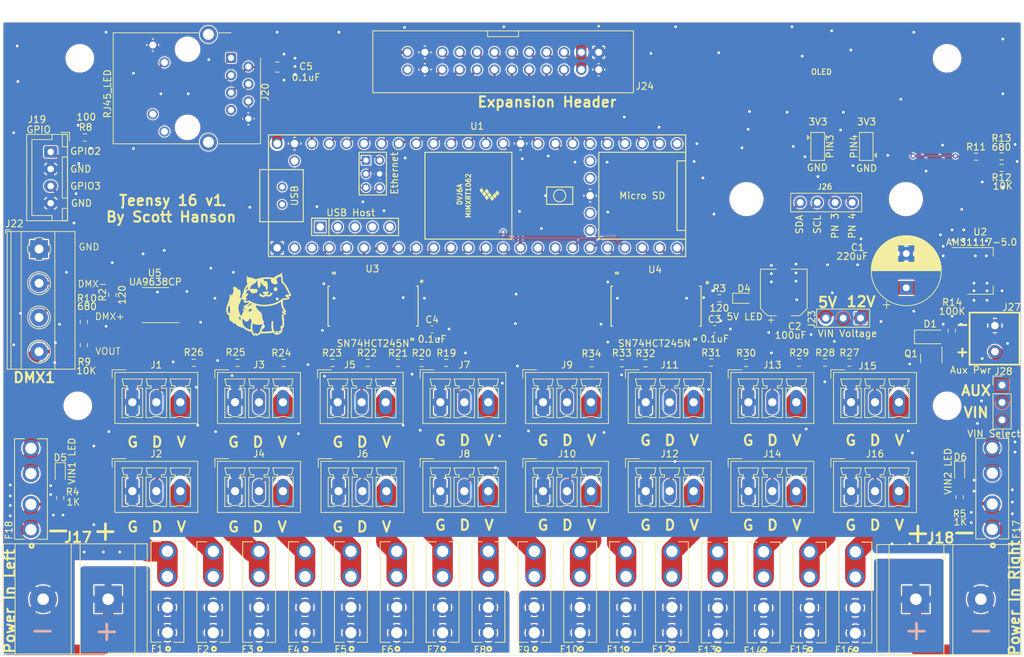
<source format=kicad_pcb>
(kicad_pcb (version 20211014) (generator pcbnew)
  (title_block (title "Teensy 16") (date "2022-05-05") (rev "v1") (company "Scott Hanson"))
  (layers (0 "F.Cu" signal) (31 "B.Cu" signal) (34 "B.Paste" user) (35 "F.Paste" user) (36 "B.SilkS" user "B.Silkscreen") (37 "F.SilkS" user "F.Silkscreen") (38 "B.Mask" user) (39 "F.Mask" user) (44 "Edge.Cuts" user))
  (net 0 "")
  (net 1 "+5V")
  (net 2 "/VIN")
  (net 3 "V_DMX")
  (net 4 "VIN1")
  (net 5 "/Output 1-8/VOUT1")
  (net 6 "/Output 1-8/VOUT2")
  (net 7 "/Output 1-8/VOUT3")
  (net 8 "/Output 1-8/VOUT4")
  (net 9 "/Output 1-8/VOUT5")
  (net 10 "/Output 1-8/VOUT6")
  (net 11 "/Output 1-8/VOUT7")
  (net 12 "VIN2")
  (net 13 "/Output 1-8/VOUT8")
  (net 14 "/Output 9-16/VOUT9")
  (net 15 "/Output 9-16/VOUT10")
  (net 16 "/Output 9-16/VOUT11")
  (net 17 "/Output 9-16/VOUT12")
  (net 18 "/Output 9-16/VOUT13")
  (net 19 "/Output 9-16/VOUT14")
  (net 20 "/Output 9-16/VOUT15")
  (net 21 "/Output 9-16/VOUT16")
  (net 22 "/Output 1-8/DOUT1")
  (net 23 "/Output 1-8/DOUT2")
  (net 24 "/Output 1-8/DOUT3")
  (net 25 "/Output 1-8/DOUT4")
  (net 26 "/Output 1-8/DOUT5")
  (net 27 "/Output 1-8/DOUT6")
  (net 28 "/Output 1-8/DOUT7")
  (net 29 "/Output 1-8/DOUT8")
  (net 30 "/Output 9-16/DOUT9")
  (net 31 "/Output 9-16/DOUT10")
  (net 32 "/Output 9-16/DOUT11")
  (net 33 "/Output 9-16/DOUT12")
  (net 34 "/Output 9-16/DOUT13")
  (net 35 "/Output 9-16/DOUT14")
  (net 36 "/Output 9-16/DOUT15")
  (net 37 "/Output 9-16/DOUT16")
  (net 38 "Net-(R19-Pad1)")
  (net 39 "Net-(R20-Pad1)")
  (net 40 "Net-(R21-Pad1)")
  (net 41 "Net-(R22-Pad1)")
  (net 42 "Net-(R23-Pad1)")
  (net 43 "Net-(R24-Pad1)")
  (net 44 "Net-(R25-Pad1)")
  (net 45 "Net-(R26-Pad1)")
  (net 46 "DATA14")
  (net 47 "DATA12")
  (net 48 "DATA15")
  (net 49 "DATA13")
  (net 50 "DATA11")
  (net 51 "DATA10")
  (net 52 "DATA9")
  (net 53 "DATA1")
  (net 54 "DATA2")
  (net 55 "DATA3")
  (net 56 "DATA4")
  (net 57 "DATA5")
  (net 58 "DATA6")
  (net 59 "DATA7")
  (net 60 "DATA8")
  (net 61 "DATA16")
  (net 62 "/Serial/DMX1-")
  (net 63 "/Serial/DMX1+")
  (net 64 "ETH_GND")
  (net 65 "Net-(C5-Pad2)")
  (net 66 "TXD1")
  (net 67 "+3V3")
  (net 68 "I2C_SDA")
  (net 69 "I2C_SCL")
  (net 70 "OUT32")
  (net 71 "OUT24")
  (net 72 "OUT31")
  (net 73 "OUT23")
  (net 74 "OUT30")
  (net 75 "OUT22")
  (net 76 "OUT21")
  (net 77 "OUT27")
  (net 78 "OUT26")
  (net 79 "OUT25")
  (net 80 "/12V")
  (net 81 "OUT29")
  (net 82 "OUT28")
  (net 83 "VCC")
  (net 84 "Net-(D5-Pad2)")
  (net 85 "Net-(D4-Pad1)")
  (net 86 "Net-(D6-Pad2)")
  (net 87 "GPIO2")
  (net 88 "Net-(D1-Pad2)")
  (net 89 "ETH_T+")
  (net 90 "ETH_T-")
  (net 91 "ETH_R+")
  (net 92 "ETH_R-")
  (net 94 "ETH_LED")
  (net 98 "OUT17")
  (net 99 "/Pin4")
  (net 100 "/Pin3")
  (net 101 "VIN_Fuse")
  (net 102 "VIN1_ADC")
  (net 103 "Net-(R11-Pad2)")
  (net 104 "VIN2_ADC")
  (net 105 "Net-(R10-Pad1)")
  (net 106 "Net-(R27-Pad1)")
  (net 107 "Net-(R28-Pad1)")
  (net 108 "Net-(R29-Pad1)")
  (net 109 "Net-(R30-Pad1)")
  (net 110 "Net-(R31-Pad1)")
  (net 111 "Net-(R32-Pad1)")
  (net 112 "Net-(R33-Pad1)")
  (net 113 "Net-(R34-Pad1)")
  (net 114 "OUT18")
  (net 115 "OUT19")
  (net 116 "OUT20")
  (net 132 "+3.3VA")
  (net 133 "GPIO3")
  (footprint "Capacitor_SMD:C_0603_1608Metric_Pad1.08x0.95mm_HandSolder" (layer "F.Cu") (at 132.892 105.9498)
    (fp_text reference "C4")
    (fp_text value "0.1uF")
  )
  (footprint "Keystone_Fuse:FUSE_3544-2" (layer "F.Cu") (at 74.2826 129.2886 90)
    (fp_text reference "F18")
    (fp_text value "3544-2")
  )
  (footprint "Connector_Phoenix_MC:PhoenixContact_MCV_1,5_3-G-3.5_1x03_P3.50mm_Vertical" (layer "F.Cu") (at 89.1 129.6)
    (fp_text reference "J2")
    (fp_text value "String2")
  )
  (footprint "Connector_Phoenix_MC:PhoenixContact_MCV_1,5_3-G-3.5_1x03_P3.50mm_Vertical" (layer "F.Cu") (at 119.1 116.6)
    (fp_text reference "J5")
    (fp_text value "String5")
  )
  (footprint "Connector_Phoenix_MC:PhoenixContact_MCV_1,5_3-G-3.5_1x03_P3.50mm_Vertical" (layer "F.Cu") (at 119.214342 129.6)
    (fp_text reference "J6")
    (fp_text value "String6")
  )
  (footprint "Connector_Phoenix_MC:PhoenixContact_MCV_1,5_3-G-3.5_1x03_P3.50mm_Vertical" (layer "F.Cu") (at 134.1 116.6)
    (fp_text reference "J7")
    (fp_text value "String7")
  )
  (footprint "Connector_Phoenix_MC:PhoenixContact_MCV_1,5_3-G-3.5_1x03_P3.50mm_Vertical" (layer "F.Cu") (at 134.1 129.6)
    (fp_text reference "J8")
    (fp_text value "String8")
  )
  (footprint "Connector_Phoenix_MC:PhoenixContact_MCV_1,5_3-G-3.5_1x03_P3.50mm_Vertical" (layer "F.Cu") (at 149.1 116.6)
    (fp_text reference "J9")
    (fp_text value "String9")
  )
  (footprint "Connector_Phoenix_MC:PhoenixContact_MCV_1,5_3-G-3.5_1x03_P3.50mm_Vertical" (layer "F.Cu") (at 149.1 129.6)
    (fp_text reference "J10")
    (fp_text value "String10")
  )
  (footprint "Connector_Phoenix_MC:PhoenixContact_MCV_1,5_3-G-3.5_1x03_P3.50mm_Vertical" (layer "F.Cu") (at 164.1 116.6)
    (fp_text reference "J11")
    (fp_text value "String11")
  )
  (footprint "Connector_Phoenix_MC:PhoenixContact_MCV_1,5_3-G-3.5_1x03_P3.50mm_Vertical" (layer "F.Cu") (at 164.1 129.6)
    (fp_text reference "J12")
    (fp_text value "String12")
  )
  (footprint "Connector_Phoenix_MC:PhoenixContact_MCV_1,5_3-G-3.5_1x03_P3.50mm_Vertical" (layer "F.Cu") (at 179.1 116.6)
    (fp_text reference "J13")
    (fp_text value "String13")
  )
  (footprint "Connector_Phoenix_MC:PhoenixContact_MCV_1,5_3-G-3.5_1x03_P3.50mm_Vertical" (layer "F.Cu") (at 179.1 129.6)
    (fp_text reference "J14")
    (fp_text value "String14")
  )
  (footprint "Connector_Phoenix_MC:PhoenixContact_MCV_1,5_3-G-3.5_1x03_P3.50mm_Vertical" (layer "F.Cu") (at 194.1 116.6)
    (fp_text reference "J15")
    (fp_text value "String15")
  )
  (footprint "Connector_Phoenix_MC:PhoenixContact_MCV_1,5_3-G-3.5_1x03_P3.50mm_Vertical" (layer "F.Cu") (at 194.1 129.6)
    (fp_text reference "J16")
    (fp_text value "String16")
  )
  (footprint "Keystone_Fuse:FUSE_3544-2" (layer "F.Cu") (at 94.2226 144.3386 90)
    (fp_text reference "F1")
    (fp_text value "3544-2")
  )
  (footprint "Keystone_Fuse:FUSE_3544-2" (layer "F.Cu") (at 134.425198 144.3486 90)
    (fp_text reference "F7")
    (fp_text value "3544-2")
  )
  (footprint "Keystone_Fuse:FUSE_3544-2" (layer "F.Cu") (at 181.328229 144.4136 90)
    (fp_text reference "F14")
    (fp_text value "3544-2")
  )
  (footprint "Capacitor_SMD:C_0603_1608Metric_Pad1.08x0.95mm_HandSolder" (layer "F.Cu") (at 174.167 105.8998)
    (fp_text reference "C3")
    (fp_text value "0.1uF")
  )
  (footprint "Keystone_Fuse:FUSE_3544-2" (layer "F.Cu") (at 100.923033 144.3536 90)
    (fp_text reference "F2")
    (fp_text value "3544-2")
  )
  (footprint "Keystone_Fuse:FUSE_3544-2" (layer "F.Cu") (at 127.724765 144.3486 90)
    (fp_text reference "F6")
    (fp_text value "3544-2")
  )
  (footprint "Keystone_Fuse:FUSE_3544-2" (layer "F.Cu") (at 141.125631 144.3486 90)
    (fp_text reference "F8")
    (fp_text value "3544-2")
  )
  (footprint "Keystone_Fuse:FUSE_3544-2" (layer "F.Cu") (at 147.826064 144.3486 90)
    (fp_text reference "F9")
    (fp_text value "3544-2")
  )
  (footprint "Keystone_Fuse:FUSE_3544-2" (layer "F.Cu") (at 154.526497 144.3486 90)
    (fp_text reference "F10")
    (fp_text value "3544-2")
  )
  (footprint "Keystone_Fuse:FUSE_3544-2" (layer "F.Cu") (at 194.7291 144.4136 90)
    (fp_text reference "F16")
    (fp_text value "3544-2")
  )
  (footprint "Keystone_Fuse:FUSE_3544-2" (layer "F.Cu") (at 121.024332 144.3486 90)
    (fp_text reference "F5")
    (fp_text value "3544-2")
  )
  (footprint "Keystone_Fuse:FUSE_3544-2" (layer "F.Cu") (at 107.623466 144.3536 90)
    (fp_text reference "F3")
    (fp_text value "3544-2")
  )
  (footprint "Keystone_Fuse:FUSE_3544-2" (layer "F.Cu") (at 174.627796 144.4136 90)
    (fp_text reference "F13")
    (fp_text value "3544-2")
  )
  (footprint "Keystone_Fuse:FUSE_3544-2" (layer "F.Cu") (at 161.22693 144.3486 90)
    (fp_text reference "F11")
    (fp_text value "3544-2")
  )
  (footprint "Keystone_Fuse:FUSE_3544-2" (layer "F.Cu") (at 114.323899 144.3536 90)
    (fp_text reference "F4")
    (fp_text value "3544-2")
  )
  (footprint "Connector_Phoenix_MC:PhoenixContact_MCV_1,5_3-G-3.5_1x03_P3.50mm_Vertical" (layer "F.Cu") (at 89.1 116.6)
    (fp_text reference "J1")
    (fp_text value "String1")
  )
  (footprint "Connector_Phoenix_MC:PhoenixContact_MCV_1,5_3-G-3.5_1x03_P3.50mm_Vertical" (layer "F.Cu") (at 104.1 116.6)
    (fp_text reference "J3")
    (fp_text value "String3")
  )
  (footprint "Connector_Phoenix_MC:PhoenixContact_MCV_1,5_3-G-3.5_1x03_P3.50mm_Vertical" (layer "F.Cu") (at 104.1 129.6)
    (fp_text reference "J4")
    (fp_text value "String4")
  )
  (footprint "Diode_SMD:D_SOD-123" (layer "F.Cu") (at 205.617 107.0498)
    (fp_text reference "D1")
    (fp_text value "Zener 10V")
  )
  (footprint "Resistor_SMD:R_0603_1608Metric_Pad0.98x0.95mm_HandSolder" (layer "F.Cu") (at 86.167 100.8998 90)
    (fp_text reference "R2")
    (fp_text value "120")
  )
  (footprint "Keystone_Fuse:FUSE_3544-2" (layer "F.Cu") (at 188.028662 144.4136 90)
    (fp_text reference "F15")
    (fp_text value "3544-2")
  )
  (footprint "Keystone_Fuse:FUSE_3544-2" (layer "F.Cu") (at 167.927363 144.3486 90)
    (fp_text reference "F12")
    (fp_text value "3544-2")
  )
  (footprint "MountingHole:MountingHole_3.7mm" (layer "F.Cu") (at 81.4276 66.3186)
    (fp_text reference "H4")
    (fp_text value "MountingHole")
  )
  (footprint "OLED-SSD1306-128X64-I2C:OLED-SSD1306-128X64-I2C-THT" (layer "F.Cu") (at 190.467 87.3998 180)
    (fp_text reference "J26" hide)
    (fp_text value "OLED")
  )
  (footprint "LED_SMD:LED_0603_1608Metric_Pad1.05x0.95mm_HandSolder" (layer "F.Cu") (at 78.567 127.0998 -90)
    (fp_text reference "D5")
    (fp_text value "VIN1 LED")
  )
  (footprint "LED_SMD:LED_0603_1608Metric_Pad1.05x0.95mm_HandSolder" (layer "F.Cu") (at 209.967 126.8998 -90)
    (fp_text reference "D6")
    (fp_text value "VIN2 LED")
  )
  (footprint "MountingHole:MountingHole_3.7mm" (layer "F.Cu") (at 81.1276 117.1186)
    (fp_text reference "H2")
    (fp_text value "MountingHole")
  )
  (footprint "Resistor_SMD:R_0603_1608Metric_Pad0.98x0.95mm_HandSolder" (layer "F.Cu") (at 78.567 130.5998 -90)
    (fp_text reference "R4")
    (fp_text value "1K")
  )
  (footprint "Resistor_SMD:R_0603_1608Metric_Pad0.98x0.95mm_HandSolder" (layer "F.Cu") (at 209.967 130.4998 -90)
    (fp_text reference "R5")
    (fp_text value "1K")
  )
  (footprint "LED_SMD:LED_0603_1608Metric_Pad1.05x0.95mm_HandSolder" (layer "F.Cu") (at 178.467 101.3998)
    (fp_text reference "D4")
    (fp_text value "5V LED")
  )
  (footprint "Keystone_Fuse:FUSE_3544-2" (layer "F.Cu") (at 214.726 129.2318 90)
    (fp_text reference "F17")
    (fp_text value "3544-2")
  )
  (footprint "Capacitor_SMD:C_0805_2012Metric" (layer "F.Cu") (at 110.267 67.5998 180)
    (fp_text reference "C5")
    (fp_text value "0.1uF")
  )
  (footprint "SN74HCT245NSR:SN74HCT245NSR" (layer "F.Cu") (at 165.617 102.5498 -90)
    (fp_text reference "U4")
    (fp_text value "SN74HCT245N")
  )
  (footprint "SN74HCT245NSR:SN74HCT245NSR" (layer "F.Cu") (at 124.267 102.5498 -90)
    (fp_text reference "U3")
    (fp_text value "SN74HCT245N")
  )
  (footprint "Package_SO:SOIC-8_3.9x4.9mm_P1.27mm" (layer "F.Cu") (at 92.467 102.3998 180)
    (fp_text reference "U5")
    (fp_text value "UA9638CP")
  )
  (footprint "Connector_RJ:RJ45_Cetus_J1B1211CCD_Horizontal" (layer "F.Cu") (at 103.517 66.2548 -90)
    (fp_text reference "J20")
    (fp_text value "RJ45_LED")
  )
  (footprint "Jumper:SolderJumper-3_P1.3mm_Bridged12_Pad1.0x1.5mm" (layer "F.Cu") (at 196.3245 79.1998 90)
    (fp_text reference "PIN4")
    (fp_text value "JUMPER")
  )
  (footprint "Jumper:SolderJumper-3_P1.3mm_Bridged12_Pad1.0x1.5mm" (layer "F.Cu") (at 189.2245 79.1998 -90)
    (fp_text reference "PIN3")
    (fp_text value "Jumper")
  )
  (footprint "Barrier_Blocks:BARRIER_BLOCK_1ROW_2POS_P9.5MM" (layer "F.Cu") (at 91.267 137.2998 180)
    (fp_text reference "J17")
    (fp_text value "Power In Left")
  )
  (footprint "Barrier_Blocks:BARRIER_BLOCK_1ROW_2POS_P9.5MM" (layer "F.Cu") (at 197.867 153.4998)
    (fp_text reference "J18")
    (fp_text value "Power In Right")
  )
  (footprint "302-S241:OST_302-S241" (layer "F.Cu") (at 143.267 66.6998 180)
    (fp_text reference "J24")
    (fp_text value "Expansion Header")
  )
  (footprint "teensy:Teensy41" (layer "F.Cu") (at 139.467 86.3998)
    (fp_text reference "U1")
    (fp_text value "Teensy4.1")
  )
  (footprint "MountingHole:MountingHole_3.7mm" (layer "F.Cu") (at 208.1276 117.1186)
    (fp_text reference "H1")
    (fp_text value "MountingHole")
  )
  (footprint "Connector_PinHeader_2.54mm:PinHeader_1x03_P2.54mm_Vertical" (layer "F.Cu") (at 195.492 104.2998 -90)
    (fp_text reference "J23")
    (fp_text value "VIN Voltage")
  )
  (footprint "Package_TO_SOT_SMD:SOT-223-3_TabPin2" (layer "F.Cu") (at 212.967 97.3998)
    (fp_text reference "U2")
    (fp_text value "AMS1117-5.0")
  )
  (footprint "Connector_JST:JST_XH_B4B-XH-A_1x04_P2.50mm_Vertical" (layer "F.Cu") (at 77.167 79.9998 -90)
    (fp_text reference "J19")
    (fp_text value "GPIO")
  )
  (footprint "MKDS1_2-3.81:PHOENIX_MKDS1_2-3.81" (layer "F.Cu") (at 215.067 107.2998 90)
    (fp_text reference "J27")
    (fp_text value "Aux Pwr")
  )
  (footprint "Connector_PinHeader_2.54mm:PinHeader_1x03_P2.54mm_Vertical" (layer "F.Cu") (at 216.167 114.0998)
    (fp_text reference "J28")
    (fp_text value "VIN Select")
  )
  (footprint "TerminalBlock_Phoenix:TerminalBlock_Phoenix_MKDS-1,5-4_1x04_P5.00mm_Horizontal" (layer "F.Cu") (at 75.467 94.1998 -90)
    (fp_text reference "J22")
    (fp_text value "DMX1")
  )
  (footprint "Resistor_SMD:R_0603_1608Metric_Pad0.98x0.95mm_HandSolder" (layer "F.Cu") (at 82.017 108.2498 90)
    (fp_text reference "R9")
    (fp_text value "10K")
  )
  (footprint "Resistor_SMD:R_0603_1608Metric_Pad0.98x0.95mm_HandSolder" (layer "F.Cu") (at 82.017 104.8498 90)
    (fp_text reference "R10")
    (fp_text value "680")
  )
  (footprint "Resistor_SMD:R_0603_1608Metric_Pad0.98x0.95mm_HandSolder" (layer "F.Cu") (at 174.867 101.3998)
    (fp_text reference "R3")
    (fp_text value "120")
  )
  (footprint "Capacitor_SMD:CP_Elec_6.3x5.4_Nichicon" (layer "F.Cu") (at 184.267 100.5498 90)
    (fp_text reference "C2")
    (fp_text value "100uF")
  )
  (footprint "Capacitor_THT:CP_Radial_D10.0mm_P5.00mm" (layer "F.Cu") (at 202.167 99.867477 90)
    (fp_text reference "C1")
    (fp_text value "220uF")
  )
  (footprint "Resistor_SMD:R_0603_1608Metric_Pad0.98x0.95mm_HandSolder" (layer "F.Cu") (at 82.167 77.8998 180)
    (fp_text reference "R8")
    (fp_text value "100")
  )
  (footprint "Resistor_SMD:R_0603_1608Metric_Pad0.98x0.95mm_HandSolder" (layer "F.Cu") (at 216.092 82.3248 180)
    (fp_text reference "R12")
    (fp_text value "10K")
  )
  (footprint "Resistor_SMD:R_0603_1608Metric_Pad0.98x0.95mm_HandSolder" (layer "F.Cu") (at 216.092 80.6498)
    (fp_text reference "R13")
    (fp_text value "680")
  )
  (footprint "MountingHole:MountingHole_3.7mm" (layer "F.Cu") (at 208.1276 66.318613)
    (fp_text reference "H5")
    (fp_text value "MountingHole")
  )
  (footprint "Resistor_SMD:R_0603_1608Metric_Pad0.98x0.95mm_HandSolder" (layer "F.Cu") (at 173.667 110.7998)
    (fp_text reference "R31")
    (fp_text value "33")
  )
  (footprint "Resistor_SMD:R_0603_1608Metric_Pad0.98x0.95mm_HandSolder" (layer "F.Cu") (at 123.492 110.8498 180)
    (fp_text reference "R22")
    (fp_text value "33")
  )
  (footprint "Resistor_SMD:R_0603_1608Metric_Pad0.98x0.95mm_HandSolder" (layer "F.Cu") (at 131.367 110.8498)
    (fp_text reference "R20")
    (fp_text value "33")
  )
  (footprint "Resistor_SMD:R_0603_1608Metric_Pad0.98x0.95mm_HandSolder" (layer "F.Cu") (at 98.067 110.8498 180)
    (fp_text reference "R26")
    (fp_text value "33")
  )
  (footprint "Resistor_SMD:R_0603_1608Metric_Pad0.98x0.95mm_HandSolder" (layer "F.Cu") (at 104.442 110.8498 180)
    (fp_text reference "R25")
    (fp_text value "33")
  )
  (footprint "Package_TO_SOT_SMD:SOT-23" (layer "F.Cu") (at 205.817 110.1998 -90)
    (fp_text reference "Q1")
    (fp_text value "DMP3056L")
  )
  (footprint "Resistor_SMD:R_0603_1608Metric_Pad0.98x0.95mm_HandSolder" (layer "F.Cu") (at 118.367 110.8498 180)
    (fp_text reference "R23")
    (fp_text value "33")
  )
  (footprint "Resistor_SMD:R_0603_1608Metric_Pad0.98x0.95mm_HandSolder" (layer "F.Cu") (at 160.617 110.8998 180)
    (fp_text reference "R33")
    (fp_text value "33")
  )
  (footprint "Resistor_SMD:R_0603_1608Metric_Pad0.98x0.95mm_HandSolder" (layer "F.Cu") (at 134.967 110.8498)
    (fp_text reference "R19")
    (fp_text value "33")
  )
  (footprint "Resistor_SMD:R_0603_1608Metric_Pad0.98x0.95mm_HandSolder" (layer "F.Cu") (at 212.367 80.6998)
    (fp_text reference "R11")
    (fp_text value "100")
  )
  (footprint "Resistor_SMD:R_0603_1608Metric_Pad0.98x0.95mm_HandSolder" (layer "F.Cu") (at 156.217 110.8998 180)
    (fp_text reference "R34")
    (fp_text value "33")
  )
  (footprint "Resistor_SMD:R_0603_1608Metric_Pad0.98x0.95mm_HandSolder" (layer "F.Cu") (at 111.217 110.8498 180)
    (fp_text reference "R24")
    (fp_text value "33")
  )
  (footprint "Scotts:chewi_15" (layer "F.Cu") (at 107.347 101.1198)
    (fp_text reference "G***")
    (fp_text value "LOGO" hide)
  )
  (footprint "Resistor_SMD:R_0603_1608Metric_Pad0.98x0.95mm_HandSolder" (layer "F.Cu") (at 164.067 110.8998)
    (fp_text reference "R32")
    (fp_text value "33")
  )
  (footprint "Resistor_SMD:R_0603_1608Metric_Pad0.98x0.95mm_HandSolder" (layer "F.Cu") (at 193.867 110.7998)
    (fp_text reference "R27")
    (fp_text value "33")
  )
  (footprint "Resistor_SMD:R_0603_1608Metric_Pad0.98x0.95mm_HandSolder" (layer "F.Cu") (at 208.817 106.1498 -90)
    (fp_text reference "R14")
    (fp_text value "100K")
  )
  (footprint "Resistor_SMD:R_0603_1608Metric_Pad0.98x0.95mm_HandSolder" (layer "F.Cu") (at 190.317 110.7998)
    (fp_text reference "R28")
    (fp_text value "33")
  )
  (footprint "Resistor_SMD:R_0603_1608Metric_Pad0.98x0.95mm_HandSolder" (layer "F.Cu") (at 186.517 110.7998)
    (fp_text reference "R29")
    (fp_text value "33")
  )
  (footprint "Resistor_SMD:R_0603_1608Metric_Pad0.98x0.95mm_HandSolder" (layer "F.Cu") (at 178.767 110.8498)
    (fp_text reference "R30")
    (fp_text value "33")
  )
  (footprint "Resistor_SMD:R_0603_1608Metric_Pad0.98x0.95mm_HandSolder" (layer "F.Cu") (at 127.917 110.8498)
    (fp_text reference "R21")
    (fp_text value "33")
  )
  (gr_line (start 218.967 153.5998) (end 218.967 60.9998) (layer "Edge.Cuts") (width 0.05))
  (gr_line (start 70.167 60.9998) (end 70.167 153.6158) (layer "Edge.Cuts") (width 0.05))
  (gr_line (start 218.967 60.9998) (end 70.167 60.9998) (layer "Edge.Cuts") (width 0.05))
  (gr_line (start 218.967 153.5998) (end 70.167 153.6158) (layer "Edge.Cuts") (width 0.05))
  (gr_text "-" (at 75.967 150.2998 180) (layer "B.SilkS") (effects (font (size 3 3) (thickness 0.4)) (justify mirror)))
  (gr_text "+" (at 85.367 150.3998 180) (layer "B.SilkS") (effects (font (size 3 3) (thickness 0.4)) (justify mirror)))
  (gr_text "-" (at 213.067 150.2998 180) (layer "B.SilkS") (effects (font (size 3 3) (thickness 0.4)) (justify mirror)))
  (gr_text "+" (at 203.667 150.2998 180) (layer "B.SilkS") (effects (font (size 3 3) (thickness 0.4)) (justify mirror)))
  (gr_text "G" (at 103.886 134.828) (layer "F.SilkS") (effects (font (size 1.5 1.5) (thickness 0.3))))
  (gr_text "D" (at 122.682 134.828) (layer "F.SilkS") (effects (font (size 1.5 1.5) (thickness 0.3))))
  (gr_text "V" (at 171.196 134.574) (layer "F.SilkS") (effects (font (size 1.5 1.5) (thickness 0.3))))
  (gr_text "D" (at 167.64 134.574) (layer "F.SilkS") (effects (font (size 1.5 1.5) (thickness 0.3))))
  (gr_text "V" (at 186.182 134.574) (layer "F.SilkS") (effects (font (size 1.5 1.5) (thickness 0.3))))
  (gr_text "G" (at 119.126 134.828) (layer "F.SilkS") (effects (font (size 1.5 1.5) (thickness 0.3))))
  (gr_text "G" (at 179.07 134.574) (layer "F.SilkS") (effects (font (size 1.5 1.5) (thickness 0.3))))
  (gr_text "V" (at 201.168 134.574) (layer "F.SilkS") (effects (font (size 1.5 1.5) (thickness 0.3))))
  (gr_text "D" (at 197.612 134.574) (layer "F.SilkS") (effects (font (size 1.5 1.5) (thickness 0.3))))
  (gr_text "G" (at 194.056 134.574) (layer "F.SilkS") (effects (font (size 1.5 1.5) (thickness 0.3))))
  (gr_text "D" (at 137.668 134.574) (layer "F.SilkS") (effects (font (size 1.5 1.5) (thickness 0.3))))
  (gr_text "D" (at 107.442 134.828) (layer "F.SilkS") (effects (font (size 1.5 1.5) (thickness 0.3))))
  (gr_text "D" (at 182.626 134.574) (layer "F.SilkS") (effects (font (size 1.5 1.5) (thickness 0.3))))
  (gr_text "V" (at 96.266 134.828) (layer "F.SilkS") (effects (font (size 1.5 1.5) (thickness 0.3))))
  (gr_text "V" (at 156.21 134.574) (layer "F.SilkS") (effects (font (size 1.5 1.5) (thickness 0.3))))
  (gr_text "G" (at 149.098 134.574) (layer "F.SilkS") (effects (font (size 1.5 1.5) (thickness 0.3))))
  (gr_text "G" (at 134.112 134.574) (layer "F.SilkS") (effects (font (size 1.5 1.5) (thickness 0.3))))
  (gr_text "V" (at 110.998 134.828) (layer "F.SilkS") (effects (font (size 1.5 1.5) (thickness 0.3))))
  (gr_text "G" (at 89.154 134.828) (layer "F.SilkS") (effects (font (size 1.5 1.5) (thickness 0.3))))
  (gr_text "D" (at 92.71 134.828) (layer "F.SilkS") (effects (font (size 1.5 1.5) (thickness 0.3))))
  (gr_text "V" (at 141.224 134.574) (layer "F.SilkS") (effects (font (size 1.5 1.5) (thickness 0.3))))
  (gr_text "V" (at 126.238 134.828) (layer "F.SilkS") (effects (font (size 1.5 1.5) (thickness 0.3))))
  (gr_text "D" (at 152.654 134.574) (layer "F.SilkS") (effects (font (size 1.5 1.5) (thickness 0.3))))
  (gr_text "G" (at 164.084 134.574) (layer "F.SilkS") (effects (font (size 1.5 1.5) (thickness 0.3))))
  (gr_text "D" (at 92.71 122.428) (layer "F.SilkS") (effects (font (size 1.5 1.5) (thickness 0.3))))
  (gr_text "G" (at 89.154 122.428) (layer "F.SilkS") (effects (font (size 1.5 1.5) (thickness 0.3))))
  (gr_text "V" (at 96.266 122.428) (layer "F.SilkS") (effects (font (size 1.5 1.5) (thickness 0.3))))
  (gr_text "DMX-" (at 83.267 99.2998) (layer "F.SilkS") (effects (font (size 0.9906 0.9906) (thickness 0.127))))
  (gr_text "GND" (at 82.767 93.8998) (layer "F.SilkS") (effects (font (size 0.9906 0.9906) (thickness 0.127))))
  (gr_text "${TITLE} ${REVISION}\nBy ${COMPANY}" (at 94.767 88.2998) (layer "F.SilkS") (effects (font (size 1.5 1.5) (thickness 0.3))))
  (gr_text "+" (at 203.867 135.5998) (layer "F.SilkS") (effects (font (size 3 3) (thickness 0.4))))
  (gr_text "12V" (at 195.567 101.8998) (layer "F.SilkS") (effects (font (size 1.5 1.5) (thickness 0.3))))
  (gr_text "5V" (at 190.667 101.9998) (layer "F.SilkS") (effects (font (size 1.5 1.5) (thickness 0.3))))
  (gr_text "-" (at 210.367 105.1998) (layer "F.SilkS") (effects (font (size 1.5 1.5) (thickness 0.3))))
  (gr_text "G" (at 119.126 122.428) (layer "F.SilkS") (effects (font (size 1.5 1.5) (thickness 0.3))))
  (gr_text "D" (at 137.668 122.174) (layer "F.SilkS") (effects (font (size 1.5 1.5) (thickness 0.3))))
  (gr_text "VIN" (at 212.367 118.0998) (layer "F.SilkS") (effects (font (size 1.5 1.5) (thickness 0.3))))
  (gr_text "D" (at 167.64 122.174) (layer "F.SilkS") (effects (font (size 1.5 1.5) (thickness 0.3))))
  (gr_text "V" (at 186.182 122.174) (layer "F.SilkS") (effects (font (size 1.5 1.5) (thickness 0.3))))
  (gr_text "+" (at 210.367 109.1998) (layer "F.SilkS") (effects (font (size 1.5 1.5) (thickness 0.3))))
  (gr_text "3V3" (at 189.267 75.5998) (layer "F.SilkS") (effects (font (size 1 1))))
  (gr_text "G" (at 149.098 122.174) (layer "F.SilkS") (effects (font (size 1.5 1.5) (thickness 0.3))))
  (gr_text "GND" (at 196.367 82.3998) (layer "F.SilkS") (effects (font (size 1 1))))
  (gr_text "G" (at 134.112 122.174) (layer "F.SilkS") (effects (font (size 1.5 1.5) (thickness 0.3))))
  (gr_text "G" (at 194.056 122.174) (layer "F.SilkS") (effects (font (size 1.5 1.5) (thickness 0.3))))
  (gr_text "D" (at 182.626 122.174) (layer "F.SilkS") (effects (font (size 1.5 1.5) (thickness 0.3))))
  (gr_text "DMX+" (at 85.792 104.0748) (layer "F.SilkS") (effects (font (size 0.9906 0.9906) (thickness 0.127))))
  (gr_text "-" (at 210.667 135.4998) (layer "F.SilkS") (effects (font (size 3 3) (thickness 0.4))))
  (gr_text "VOUT" (at 85.542 109.1498) (layer "F.SilkS") (effects (font (size 0.9906 0.9906) (thickness 0.127))))
  (gr_text "PN 4" (at 194.267 90.7998 90) (layer "F.SilkS") (effects (font (size 1 1))))
  (gr_text "-" (at 78.267 135.1998) (layer "F.SilkS") (effects (font (size 3 3) (thickness 0.4))))
  (gr_text "GPIO2" (at 82.267 79.8998) (layer "F.SilkS") (effects (font (size 1 1))))
  (gr_text "+" (at 85.167 135.2998) (layer "F.SilkS") (effects (font (size 3 3) (thickness 0.4))))
  (gr_text "V" (at 201.168 122.174) (layer "F.SilkS") (effects (font (size 1.5 1.5) (thickness 0.3))))
  (gr_text "D" (at 197.612 122.174) (layer "F.SilkS") (effects (font (size 1.5 1.5) (thickness 0.3))))
  (gr_text "V" (at 126.238 122.428) (layer "F.SilkS") (effects (font (size 1.5 1.5) (thickness 0.3))))
  (gr_text "D" (at 107.442 122.428) (layer "F.SilkS") (effects (font (size 1.5 1.5) (thickness 0.3))))
  (gr_text "V" (at 141.224 122.174) (layer "F.SilkS") (effects (font (size 1.5 1.5) (thickness 0.3))))
  (gr_text "V" (at 110.998 122.428) (layer "F.SilkS") (effects (font (size 1.5 1.5) (thickness 0.3))))
  (gr_text "PN 3" (at 191.767 90.7998 90) (layer "F.SilkS") (effects (font (size 1 1))))
  (gr_text "D" (at 152.654 122.174) (layer "F.SilkS") (effects (font (size 1.5 1.5) (thickness 0.3))))
  (gr_text "SDA" (at 186.567 90.5998 90) (layer "F.SilkS") (effects (font (size 1 1))))
  (gr_text "GPIO3" (at 82.267 84.9998) (layer "F.SilkS") (effects (font (size 1 1))))
  (gr_text "D" (at 122.682 122.428) (layer "F.SilkS") (effects (font (size 1.5 1.5) (thickness 0.3))))
  (gr_text "SCL" (at 189.167 90.5998 90) (layer "F.SilkS") (effects (font (size 1 1))))
  (gr_text "AUX" (at 212.367 114.8998) (layer "F.SilkS") (effects (font (size 1.5 1.5) (thickness 0.3))))
  (gr_text "G" (at 103.886 122.428) (layer "F.SilkS") (effects (font (size 1.5 1.5) (thickness 0.3))))
  (gr_text "GND" (at 189.167 82.2998) (layer "F.SilkS") (effects (font (size 1 1))))
  (gr_text "G" (at 179.07 122.174) (layer "F.SilkS") (effects (font (size 1.5 1.5) (thickness 0.3))))
  (gr_text "3V3" (at 196.367 75.5998) (layer "F.SilkS") (effects (font (size 1 1))))
  (gr_text "GND" (at 81.667 87.4998) (layer "F.SilkS") (effects (font (size 1 1))))
  (gr_text "GND" (at 81.567 82.4998) (layer "F.SilkS") (effects (font (size 1 1))))
  (gr_text "G" (at 164.084 122.174) (layer "F.SilkS") (effects (font (size 1.5 1.5) (thickness 0.3))))
  (gr_text "V" (at 171.196 122.174) (layer "F.SilkS") (effects (font (size 1.5 1.5) (thickness 0.3))))
  (gr_text "V" (at 156.21 122.174) (layer "F.SilkS") (effects (font (size 1.5 1.5) (thickness 0.3))))
  (segment (start 129.982 102.8898) (end 130.342 103.2498) (width 0.5) (layer "F.Cu") (net 1))
  (segment (start 209.817 97.3998) (end 196.953542 97.3998) (width 1.5) (layer "F.Cu") (net 1))
  (segment (start 94.947811 104.298989) (end 97.067811 104.298989) (width 0.5) (layer "F.Cu") (net 1))
  (segment (start 216.117 90.6498) (end 216.117 97.3998) (width 1.5) (layer "F.Cu") (net 1))
  (segment (start 196.953542 97.3998) (end 190.412 103.941342) (width 1.5) (layer "F.Cu") (net 1))
  (segment (start 173.3045 105.8998) (end 171.3602 105.8998) (width 0.5) (layer "F.Cu") (net 1))
  (segment (start 94.942 104.3048) (end 94.947811 104.298989) (width 0.5) (layer "F.Cu") (net 1))
  (segment (start 190.412 103.941342) (end 190.412 104.2998) (width 1.5) (layer "F.Cu") (net 1))
  (segment (start 171.467 103.2498) (end 132.417 103.2498) (width 1.5) (layer "F.Cu") (net 1))
  (segment (start 154.767 63.4998) (end 188.967 63.4998) (width 1.5) (layer "F.Cu") (net 1))
  (segment (start 154.697 65.4298) (end 154.697 63.4998) (width 1.5) (layer "F.Cu") (net 1))
  (segment (start 179.417 101.4748) (end 179.417 103.2498) (width 0.5) (layer "F.Cu") (net 1))
  (segment (start 123.467 63.4998) (end 110.257 76.7098) (width 1.5) (layer "F.Cu") (net 1))
  (segment (start 190.412 104.2998) (end 189.362 103.2498) (width 1.5) (layer "F.Cu") (net 1))
  (segment (start 189.362 103.2498) (end 184.267 103.2498) (width 1.5) (layer "F.Cu") (net 1))
  (segment (start 154.697 63.4998) (end 123.467 63.4998) (width 1.5) (layer "F.Cu") (net 1))
  (segment (start 98.117 103.2498) (end 130.342 103.2498) (width 0.5) (layer "F.Cu") (net 1))
  (segment (start 132.0295 103.6373) (end 132.417 103.2498) (width 0.5) (layer "F.Cu") (net 1))
  (segment (start 209.817 97.3998) (end 216.117 97.3998) (width 1.5) (layer "F.Cu") (net 1))
  (segment (start 173.767 103.2498) (end 171.467 103.2498) (width 1.5) (layer "F.Cu") (net 1))
  (segment (start 110.257 76.7098) (end 110.257 78.7798) (width 1.5) (layer "F.Cu") (net 1))
  (segment (start 179.342 101.3998) (end 179.417 101.4748) (width 0.5) (layer "F.Cu") (net 1))
  (segment (start 188.967 63.4998) (end 216.117 90.6498) (width 1.5) (layer "F.Cu") (net 1))
  (segment (start 154.697 63.5698) (end 154.767 63.4998) (width 1.5) (layer "F.Cu") (net 1))
  (segment (start 173.3045 103.7123) (end 173.767 103.2498) (width 0.5) (layer "F.Cu") (net 1))
  (segment (start 132.417 103.2498) (end 130.342 103.2498) (width 1.5) (layer "F.Cu") (net 1))
  (segment (start 130.0038 105.9498) (end 129.982 105.928) (width 0.5) (layer "F.Cu") (net 1))
  (segment (start 171.3602 105.8998) (end 171.332 105.928) (width 0.5) (layer "F.Cu") (net 1))
  (segment (start 173.3045 105.8998) (end 173.3045 103.7123) (width 0.5) (layer "F.Cu") (net 1))
  (segment (start 171.332 99.1716) (end 171.332 103.1148) (width 0.5) (layer "F.Cu") (net 1))
  (segment (start 129.982 99.1716) (end 129.982 102.8898) (width 0.5) (layer "F.Cu") (net 1))
  (segment (start 132.0295 105.9498) (end 130.0038 105.9498) (width 0.5) (layer "F.Cu") (net 1))
  (segment (start 97.067811 104.298989) (end 98.117 103.2498) (width 0.5) (layer "F.Cu") (net 1))
  (segment (start 186.117 103.2498) (end 184.267 103.2498) (width 1.5) (layer "F.Cu") (net 1))
  (segment (start 132.0295 105.9498) (end 132.0295 103.6373) (width 0.5) (layer "F.Cu") (net 1))
  (segment (start 179.417 103.2498) (end 173.767 103.2498) (width 1.5) (layer "F.Cu") (net 1))
  (segment (start 171.332 103.1148) (end 171.467 103.2498) (width 0.5) (layer "F.Cu") (net 1))
  (segment (start 184.267 103.2498) (end 179.417 103.2498) (width 1.5) (layer "F.Cu") (net 1))
  (segment (start 154.697 65.4298) (end 154.697 63.5698) (width 1.5) (layer "F.Cu") (net 1))
  (segment (start 154.697 65.4298) (end 154.697 67.9698) (width 1.5) (layer "F.Cu") (net 1))
  (segment (start 216.167 114.0998) (end 213.867 114.0998) (width 2) (layer "F.Cu") (net 2))
  (segment (start 213.867 114.0998) (end 211.367 111.5998) (width 2) (layer "F.Cu") (net 2))
  (segment (start 206.2795 111.5998) (end 205.959795 111.280095) (width 2) (layer "F.Cu") (net 2))
  (segment (start 216.167 110.254901) (end 215.117459 109.20536) (width 2) (layer "F.Cu") (net 2))
  (segment (start 216.167 114.0998) (end 216.167 110.254901) (width 2) (layer "F.Cu") (net 2))
  (segment (start 211.367 111.5998) (end 206.2795 111.5998) (width 2) (layer "F.Cu") (net 2))
  (segment (start 216.167 116.6398) (end 216.167 114.0998) (width 2) (layer "F.Cu") (net 2))
  (segment (start 74.2826 110.3842) (end 75.467 109.1998) (width 2) (layer "F.Cu") (net 3))
  (segment (start 81.9795 109.1998) (end 82.017 109.1623) (width 0.5) (layer "F.Cu") (net 3))
  (segment (start 74.2826 123.3386) (end 74.2826 127.0386) (width 2) (layer "F.Cu") (net 3))
  (segment (start 74.2826 123.3386) (end 74.2826 110.3842) (width 2) (layer "F.Cu") (net 3))
  (segment (start 75.467 109.1998) (end 81.9795 109.1998) (width 0.5) (layer "F.Cu") (net 3))
  (segment (start 78.567 131.5123) (end 74.3089 131.5123) (width 0.5) (layer "F.Cu") (net 4))
  (segment (start 85.567 152.0998) (end 84.877591 152.789209) (width 1.5) (layer "F.Cu") (net 4))
  (segment (start 74.3089 131.5123) (end 74.2826 131.5386) (width 0.5) (layer "F.Cu") (net 4))
  (segment (start 74.2826 131.5386) (end 74.2826 135.2386) (width 2) (layer "F.Cu") (net 4))
  (segment (start 85.567 145.3998) (end 85.567 152.0998) (width 1.5) (layer "F.Cu") (net 4))
  (segment (start 84.877591 152.789209) (end 70.99201 152.790702) (width 1.5) (layer "F.Cu") (net 4))
  (segment (start 70.99201 135.2386) (end 74.2826 135.2386) (width 1.5) (layer "F.Cu") (net 4))
  (segment (start 70.99201 152.790702) (end 70.99201 135.2386) (width 1.5) (layer "F.Cu") (net 4))
  (segment (start 88.1 122.6) (end 85.46 125.24) (width 2.999999) (layer "F.Cu") (net 5))
  (segment (start 92.949 122.6) (end 96.1 119.449) (width 3) (layer "F.Cu") (net 5))
  (segment (start 96.1 119.449) (end 96.1 116.6) (width 3) (layer "F.Cu") (net 5))
  (segment (start 91.3792 138.3886) (end 94.2226 138.3886) (width 3) (layer "F.Cu") (net 5))
  (segment (start 94.2226 138.3886) (end 94.2226 142.0886) (width 3) (layer "F.Cu") (net 5))
  (segment (start 88.1 122.6) (end 92.949 122.6) (width 3) (layer "F.Cu") (net 5))
  (segment (start 85.46 125.24) (end 85.46 132.4694) (width 3) (layer "F.Cu") (net 5))
  (segment (start 85.46 132.4694) (end 91.3792 138.3886) (width 3) (layer "F.Cu") (net 5))
  (segment (start 100.923033 138.355833) (end 96.1 133.5328) (width 3) (layer "F.Cu") (net 6))
  (segment (start 100.923033 138.4036) (end 100.923033 138.355833) (width 3) (layer "F.Cu") (net 6))
  (segment (start 96.1 133.5328) (end 96.1 129.6) (width 3) (layer "F.Cu") (net 6))
  (segment (start 100.923033 142.1036) (end 100.923033 138.4036) (width 3) (layer "F.Cu") (net 6))
  (segment (start 100.33 132.1628) (end 100.33 125.7962) (width 3) (layer "F.Cu") (net 7))
  (segment (start 100.33 125.7962) (end 103.3126 122.8136) (width 3) (layer "F.Cu") (net 7))
  (segment (start 103.3126 122.8136) (end 107.5126 122.8136) (width 3) (layer "F.Cu") (net 7))
  (segment (start 107.623466 138.4036) (end 106.5708 138.4036) (width 3) (layer "F.Cu") (net 7))
  (segment (start 106.5708 138.4036) (end 100.33 132.1628) (width 3) (layer "F.Cu") (net 7))
  (segment (start 107.623466 138.4036) (end 107.623466 142.1036) (width 3) (layer "F.Cu") (net 7))
  (segment (start 111.1 119.2262) (end 111.1 116.6) (width 3) (layer "F.Cu") (net 7))
  (segment (start 107.5126 122.8136) (end 111.1 119.2262) (width 3) (layer "F.Cu") (net 7))
  (segment (start 111.1 135.179701) (end 114.323899 138.4036) (width 3) (layer "F.Cu") (net 8))
  (segment (start 111.1 129.6) (end 111.1 135.179701) (width 3) (layer "F.Cu") (net 8))
  (segment (start 114.323899 138.4036) (end 114.323899 142.1036) (width 3) (layer "F.Cu") (net 8))
  (segment (start 115.35 132.4828) (end 115.35 125.6) (width 3) (layer "F.Cu") (net 9))
  (segment (start 115.35 125.6) (end 118.35 122.6) (width 3) (layer "F.Cu") (net 9))
  (segment (start 126.1 119.0262) (end 126.1 116.6) (width 3) (layer "F.Cu") (net 9))
  (segment (start 122.5262 122.6) (end 126.1 119.0262) (width 3) (layer "F.Cu") (net 9))
  (segment (start 118.35 122.6) (end 122.5262 122.6) (width 3) (layer "F.Cu") (net 9))
  (segment (start 121.024332 138.3986) (end 121.024332 138.157132) (width 3) (layer "F.Cu") (net 9))
  (segment (start 121.024332 138.157132) (end 115.35 132.4828) (width 3) (layer "F.Cu") (net 9))
  (segment (start 121.024332 138.3986) (end 121.024332 142.0986) (width 3) (layer "F.Cu") (net 9))
  (segment (start 126.214342 136.888177) (end 126.214342 129.6) (width 3) (layer "F.Cu") (net 10))
  (segment (start 127.724765 138.3986) (end 126.214342 136.888177) (width 3) (layer "F.Cu") (net 10))
  (segment (start 127.724765 138.3986) (end 127.724765 142.0986) (width 3) (layer "F.Cu") (net 10))
  (segment (start 141.1 118.9762) (end 137.7262 122.35) (width 3) (layer "F.Cu") (net 11))
  (segment (start 130.35 125.35) (end 130.35 132.956) (width 3) (layer "F.Cu") (net 11))
  (segment (start 137.7262 122.35) (end 133.35 122.35) (width 3) (layer "F.Cu") (net 11))
  (segment (start 130.35 132.956) (end 134.425198 137.031198) (width 3) (layer "F.Cu") (net 11))
  (segment (start 134.425198 138.3986) (end 134.425198 142.0986) (width 3) (layer "F.Cu") (net 11))
  (segment (start 134.425198 137.031198) (end 134.425198 138.3986) (width 3) (layer "F.Cu") (net 11))
  (segment (start 133.35 122.35) (end 130.35 125.35) (width 3) (layer "F.Cu") (net 11))
  (segment (start 141.1 116.6) (end 141.1 118.9762) (width 3) (layer "F.Cu") (net 11))
  (segment (start 214.726 131.4818) (end 214.726 135.1818) (width 2) (layer "F.Cu") (net 12))
  (segment (start 214.6565 131.4123) (end 214.726 131.4818) (width 0.5) (layer "F.Cu") (net 12))
  (segment (start 203.567 152.774882) (end 218.14199 152.774882) (width 1.5) (layer "F.Cu") (net 12))
  (segment (start 203.567 145.3998) (end 203.567 152.774882) (width 1.5) (layer "F.Cu") (net 12))
  (segment (start 218.14199 135.57479) (end 217.749 135.1818) (width 1.5) (layer "F.Cu") (net 12))
  (segment (start 218.14199 152.774882) (end 218.14199 135.57479) (width 1.5) (layer "F.Cu") (net 12))
  (segment (start 217.749 135.1818) (end 214.726 135.1818) (width 1.5) (layer "F.Cu") (net 12))
  (segment (start 209.967 131.4123) (end 214.6565 131.4123) (width 0.5) (layer "F.Cu") (net 12))
  (segment (start 141.1 138.372969) (end 141.125631 138.3986) (width 3) (layer "F.Cu") (net 13))
  (segment (start 141.1 129.6) (end 141.1 138.372969) (width 3) (layer "F.Cu") (net 13))
  (segment (start 141.125631 138.3986) (end 141.125631 142.0986) (width 3) (layer "F.Cu") (net 13))
  (segment (start 156.1 118.9762) (end 156.1 116.6) (width 3) (layer "F.Cu") (net 14))
  (segment (start 152.7262 122.35) (end 156.1 118.9762) (width 3) (layer "F.Cu") (net 14))
  (segment (start 149.5762 122.35) (end 152.7262 122.35) (width 3) (layer "F.Cu") (net 14))
  (segment (start 145.1 135.496) (end 145.1 126.8262) (width 3) (layer "F.Cu") (net 14))
  (segment (start 145.1 126.8262) (end 149.5762 122.35) (width 3) (layer "F.Cu") (net 14))
  (segment (start 148.0026 138.3986) (end 145.1 135.496) (width 3) (layer "F.Cu") (net 14))
  (segment (start 148.0026 142.0986) (end 148.0026 138.3986) (width 3) (layer "F.Cu") (net 14))
  (segment (start 156.1 129.6) (end 156.1 136.825097) (width 3) (layer "F.Cu") (net 15))
  (segment (start 154.526497 138.3986) (end 154.526497 142.0986) (width 3) (layer "F.Cu") (net 15))
  (segment (start 156.1 136.825097) (end 154.526497 138.3986) (width 3) (layer "F.Cu") (net 15))
  (segment (start 159.9426 137.11427) (end 159.9426 126.7186) (width 3) (layer "F.Cu") (net 16))
  (segment (start 164.3112 122.35) (end 168.0262 122.35) (width 3) (layer "F.Cu") (net 16))
  (segment (start 159.9426 126.7186) (end 164.3112 122.35) (width 3) (layer "F.Cu") (net 16))
  (segment (start 171.1 119.2762) (end 171.1 116.6) (width 3) (layer "F.Cu") (net 16))
  (segment (start 168.0262 122.35) (end 171.1 119.2762) (width 3) (layer "F.Cu") (net 16))
  (segment (start 161.22693 138.3986) (end 161.22693 142.0986) (width 3) (layer "F.Cu") (net 16))
  (segment (start 161.22693 138.3986) (end 159.9426 137.11427) (width 3) (layer "F.Cu") (net 16))
  (segment (start 171.1 135.225963) (end 167.927363 138.3986) (width 3) (layer "F.Cu") (net 17))
  (segment (start 167.927363 142.0986) (end 167.927363 138.3986) (width 3) (layer "F.Cu") (net 17))
  (segment (start 171.1 129.6) (end 171.1 135.225963) (width 3) (layer "F.Cu") (net 17))
  (segment (start 186.1 118.101233) (end 186.1 116.6) (width 3) (layer "F.Cu") (net 18))
  (segment (start 174.627796 142.1636) (end 174.627796 126.833404) (width 3) (layer "F.Cu") (net 18))
  (segment (start 179.1112 122.35) (end 181.851233 122.35) (width 3) (layer "F.Cu") (net 18))
  (segment (start 174.627796 126.833404) (end 179.1112 122.35) (width 3) (layer "F.Cu") (net 18))
  (segment (start 181.851233 122.35) (end 186.1 118.101233) (width 3) (layer "F.Cu") (net 18))
  (segment (start 181.328229 142.1636) (end 181.328229 137.732971) (width 3) (layer "F.Cu") (net 19))
  (segment (start 181.328229 137.732971) (end 186.1 132.9612) (width 3) (layer "F.Cu") (net 19))
  (segment (start 186.1 132.9612) (end 186.1 129.6) (width 3) (layer "F.Cu") (net 19))
  (segment (start 188.028662 138.4636) (end 190.378599 136.113663) (width 3) (layer "F.Cu") (net 20))
  (segment (start 201.1 118.101232) (end 197.101232 122.1) (width 2.999999) (layer "F.Cu") (net 20))
  (segment (start 190.378599 126.082601) (end 194.3612 122.1) (width 3) (layer "F.Cu") (net 20))
  (segment (start 194.3612 122.1) (end 197.101232 122.1) (width 3) (layer "F.Cu") (net 20))
  (segment (start 190.378599 136.113663) (end 190.378599 126.082601) (width 3) (layer "F.Cu") (net 20))
  (segment (start 201.1 116.6) (end 201.1 118.101232) (width 2.999999) (layer "F.Cu") (net 20))
  (segment (start 188.028662 138.4636) (end 188.028662 142.1636) (width 3) (layer "F.Cu") (net 20))
  (segment (start 201.1 132.0927) (end 201.1 129.6) (width 3) (layer "F.Cu") (net 21))
  (segment (start 194.7291 138.4636) (end 201.1 132.0927) (width 3) (layer "F.Cu") (net 21))
  (segment (start 194.7291 142.1636) (end 194.7291 138.4636) (width 3) (layer "F.Cu") (net 21))
  (segment (start 92.6 116.6) (end 92.6 115.4043) (width 0.35) (layer "F.Cu") (net 22))
  (segment (start 92.6 115.4043) (end 97.1545 110.8498) (width 0.35) (layer "F.Cu") (net 22))
  (segment (start 100.167 114.2123) (end 100.167 120.3092) (width 0.35) (layer "F.Cu") (net 23))
  (segment (start 100.167 120.3092) (end 92.6 127.8762) (width 0.35) (layer "F.Cu") (net 23))
  (segment (start 92.6 127.8762) (end 92.6 129.6) (width 0.35) (layer "F.Cu") (net 23))
  (segment (start 103.5295 110.8498) (end 100.167 114.2123) (width 0.35) (layer "F.Cu") (net 23))
  (segment (start 107.6 113.5543) (end 107.6 116.6) (width 0.35) (layer "F.Cu") (net 24))
  (segment (start 110.3045 110.8498) (end 107.6 113.5543) (width 0.35) (layer "F.Cu") (net 24))
  (segment (start 107.6 129.6) (end 107.6 128.7) (width 0.35) (layer "F.Cu") (net 25))
  (segment (start 114.7126 113.5917) (end 117.4545 110.8498) (width 0.35) (layer "F.Cu") (net 25))
  (segment (start 107.6 128.7) (end 114.7126 121.5874) (width 0.35) (layer "F.Cu") (net 25))
  (segment (start 114.7126 121.5874) (end 114.7126 113.5917) (width 0.35) (layer "F.Cu") (net 25))
  (segment (start 122.5795 110.8498) (end 122.6 110.8703) (width 0.35) (layer "F.Cu") (net 26))
  (segment (start 122.6 110.8703) (end 122.6 116.6) (width 0.35) (layer "F.Cu") (net 26))
  (segment (start 129.9126 114.2662) (end 128.8295 113.1831) (width 0.35) (layer "F.Cu") (net 27))
  (segment (start 128.8295 113.1831) (end 128.8295 110.8498) (width 0.35) (layer "F.Cu") (net 27))
  (segment (start 129.9126 120.4136) (end 122.714342 127.611858) (width 0.35) (layer "F.Cu") (net 27))
  (segment (start 129.9126 114.2662) (end 129.9126 120.4136) (width 0.35) (layer "F.Cu") (net 27))
  (segment (start 122.714342 127.611858) (end 122.714342 129.6) (width 0.35) (layer "F.Cu") (net 27))
  (segment (start 137.6 115.9328) (end 137.6 116.6) (width 0.35) (layer "F.Cu") (net 28))
  (segment (start 132.2795 110.8498) (end 132.517 110.8498) (width 0.35) (layer "F.Cu") (net 28))
  (segment (start 132.517 110.8498) (end 137.6 115.9328) (width 0.35) (layer "F.Cu") (net 28))
  (segment (start 142.3488 110.8498) (end 135.8795 110.8498) (width 0.35) (layer "F.Cu") (net 29))
  (segment (start 144.6126 121.6874) (end 144.6126 113.1136) (width 0.35) (layer "F.Cu") (net 29))
  (segment (start 137.6 129.6) (end 137.6 128.7) (width 0.35) (layer "F.Cu") (net 29))
  (segment (start 137.6 128.7) (end 144.6126 121.6874) (width 0.35) (layer "F.Cu") (net 29))
  (segment (start 144.6126 113.1136) (end 142.3488 110.8498) (width 0.35) (layer "F.Cu") (net 29))
  (segment (start 152.6 113.6043) (end 155.3045 110.8998) (width 0.35) (layer "F.Cu") (net 30))
  (segment (start 152.6 116.6) (end 152.6 113.6043) (width 0.35) (layer "F.Cu") (net 30))
  (segment (start 159.4476 111.1567) (end 159.4476 121.4524) (width 0.35) (layer "F.Cu") (net 31))
  (segment (start 159.7045 110.8998) (end 159.4476 111.1567) (width 0.35) (layer "F.Cu") (net 31))
  (segment (start 159.4476 121.4524) (end 152.6 128.3) (width 0.35) (layer "F.Cu") (net 31))
  (segment (start 152.6 128.3) (end 152.6 129.6) (width 0.35) (layer "F.Cu") (net 31))
  (segment (start 167.6 113.5203) (end 167.6 116.6) (width 0.35) (layer "F.Cu") (net 32))
  (segment (start 164.9795 110.8998) (end 167.6 113.5203) (width 0.35) (layer "F.Cu") (net 32))
  (segment (start 167.6 127.975928) (end 167.6 129.6) (width 0.35) (layer "F.Cu") (net 33))
  (segment (start 167.6 127.9728) (end 174.7626 120.8102) (width 0.35) (layer "F.Cu") (net 33))
  (segment (start 174.7626 110.9829) (end 174.5795 110.7998) (width 0.35) (layer "F.Cu") (net 33))
  (segment (start 167.6 129.6) (end 167.6 127.9728) (width 0.35) (layer "F.Cu") (net 33))
  (segment (start 174.7626 120.8102) (end 174.7626 110.9829) (width 0.35) (layer "F.Cu") (net 33))
  (segment (start 179.6795 110.8498) (end 179.6795 111.1405) (width 0.35) (layer "F.Cu") (net 34))
  (segment (start 182.6 116.6) (end 182.6 114.061) (width 0.35) (layer "F.Cu") (net 34))
  (segment (start 179.6795 111.1405) (end 182.6 114.061) (width 0.35) (layer "F.Cu") (net 34))
  (segment (start 188.9126 112.2829) (end 187.4295 110.7998) (width 0.35) (layer "F.Cu") (net 35))
  (segment (start 182.6 129.6) (end 182.6 127.45) (width 0.35) (layer "F.Cu") (net 35))
  (segment (start 182.6 127.45) (end 188.9126 121.1374) (width 0.35) (layer "F.Cu") (net 35))
  (segment (start 188.9126 121.1374) (end 188.9126 112.2829) (width 0.35) (layer "F.Cu") (net 35))
  (segment (start 195.967 112.9498) (end 197.6 114.5828) (width 0.35) (layer "F.Cu") (net 36))
  (segment (start 193.3795 112.9498) (end 195.967 112.9498) (width 0.35) (layer "F.Cu") (net 36))
  (segment (start 191.2295 110.7998) (end 193.3795 112.9498) (width 0.35) (layer "F.Cu") (net 36))
  (segment (start 197.6 114.5828) (end 197.6 116.6) (width 0.35) (layer "F.Cu") (net 36))
  (segment (start 203.5266 114.2966) (end 203.5266 121.5234) (width 0.35) (layer "F.Cu") (net 37))
  (segment (start 203.5266 121.5234) (end 197.6 127.45) (width 0.35) (layer "F.Cu") (net 37))
  (segment (start 195.077811 111.298811) (end 200.528811 111.298811) (width 0.35) (layer "F.Cu") (net 37))
  (segment (start 200.528811 111.298811) (end 203.5266 114.2966) (width 0.35) (layer "F.Cu") (net 37))
  (segment (start 197.6 127.45) (end 197.6 129.6) (width 0.35) (layer "F.Cu") (net 37))
  (segment (start 132.492 108.5998) (end 134.0545 110.1623) (width 0.35) (layer "F.Cu") (net 38))
  (segment (start 127.442 105.928) (end 127.442 107.2748) (width 0.35) (layer "F.Cu") (net 38))
  (segment (start 134.0545 110.1623) (end 134.0545 110.8498) (width 0.35) (layer "F.Cu") (net 38))
  (segment (start 127.442 107.2748) (end 128.767 108.5998) (width 0.35) (layer "F.Cu") (net 38))
  (segment (start 128.767 108.5998) (end 132.492 108.5998) (width 0.35) (layer "F.Cu") (net 38))
  (segment (start 128.642 109.4498) (end 129.617 109.4498) (width 0.35) (layer "F.Cu") (net 39))
  (segment (start 126.172 105.928) (end 126.172 106.9798) (width 0.35) (layer "F.Cu") (net 39))
  (segment (start 126.172 106.9798) (end 128.642 109.4498) (width 0.35) (layer "F.Cu") (net 39))
  (segment (start 129.617 109.4498) (end 130.4545 110.2873) (width 0.35) (layer "F.Cu") (net 39))
  (segment (start 130.4545 110.2873) (end 130.4545 110.8498) (width 0.35) (layer "F.Cu") (net 39))
  (segment (start 124.902 108.7473) (end 127.0045 110.8498) (width 0.35) (layer "F.Cu") (net 40))
  (segment (start 124.902 105.928) (end 124.902 108.7473) (width 0.35) (layer "F.Cu") (net 40))
  (segment (start 123.632 108.9898) (end 124.4045 109.7623) (width 0.35) (layer "F.Cu") (net 41))
  (segment (start 124.4045 109.7623) (end 124.4045 110.8498) (width 0.35) (layer "F.Cu") (net 41))
  (segment (start 123.632 105.928) (end 123.632 108.9898) (width 0.35) (layer "F.Cu") (net 41))
  (segment (start 119.2795 110.8498) (end 119.2795 110.8373) (width 0.35) (layer "F.Cu") (net 42))
  (segment (start 119.2795 110.8373) (end 122.362 107.7548) (width 0.35) (layer "F.Cu") (net 42))
  (segment (start 122.362 107.7548) (end 122.362 105.928) (width 0.35) (layer "F.Cu") (net 42))
  (segment (start 119.067 109.8498) (end 113.1295 109.8498) (width 0.35) (layer "F.Cu") (net 43))
  (segment (start 121.092 107.8248) (end 119.067 109.8498) (width 0.35) (layer "F.Cu") (net 43))
  (segment (start 113.1295 109.8498) (end 112.1295 110.8498) (width 0.35) (layer "F.Cu") (net 43))
  (segment (start 121.092 105.928) (end 121.092 107.8248) (width 0.35) (layer "F.Cu") (net 43))
  (segment (start 119.822 107.738372) (end 118.210092 109.35028) (width 0.35) (layer "F.Cu") (net 44))
  (segment (start 119.822 105.928) (end 119.822 107.738372) (width 0.35) (layer "F.Cu") (net 44))
  (segment (start 118.210092 109.35028) (end 106.85402 109.35028) (width 0.35) (layer "F.Cu") (net 44))
  (segment (start 106.85402 109.35028) (end 105.3545 110.8498) (width 0.35) (layer "F.Cu") (net 44))
  (segment (start 118.552 105.928) (end 118.552 107.7398) (width 0.35) (layer "F.Cu") (net 45))
  (segment (start 117.44104 108.85076) (end 100.97854 108.85076) (width 0.35) (layer "F.Cu") (net 45))
  (segment (start 118.552 107.7398) (end 117.44104 108.85076) (width 0.35) (layer "F.Cu") (net 45))
  (segment (start 100.97854 108.85076) (end 98.9795 110.8498) (width 0.35) (layer "F.Cu") (net 45))
  (segment (start 167.522 99.1716) (end 167.522 97.9448) (width 0.35) (layer "F.Cu") (net 46))
  (segment (start 167.522 97.9448) (end 163.597 94.0198) (width 0.35) (layer "F.Cu") (net 46))
  (segment (start 162.6103 95.9998) (end 152.877 95.9998) (width 0.35) (layer "F.Cu") (net 47))
  (segment (start 164.982 99.1716) (end 164.982 98.3715) (width 0.35) (layer "F.Cu") (net 47))
  (segment (start 152.877 95.9998) (end 150.897 94.0198) (width 0.35) (layer "F.Cu") (net 47))
  (segment (start 164.982 98.3715) (end 162.6103 95.9998) (width 0.35) (layer "F.Cu") (net 47))
  (segment (start 168.792 99.1716) (end 168.792 96.6748) (width 0.35) (layer "F.Cu") (net 48))
  (segment (start 168.792 96.6748) (end 166.137 94.0198) (width 0.35) (layer "F.Cu") (net 48))
  (segment (start 166.252 99.1716) (end 166.252 98.3715) (width 0.35) (layer "F.Cu") (net 49))
  (segment (start 159.997 95.4998) (end 158.517 94.0198) (width 0.35) (layer "F.Cu") (net 49))
  (segment (start 166.252 98.3715) (end 163.3803 95.4998) (width 0.35) (layer "F.Cu") (net 49))
  (segment (start 163.3803 95.4998) (end 159.997 95.4998) (width 0.35) (layer "F.Cu") (net 49))
  (segment (start 163.712 99.1716) (end 163.712 98.3715) (width 0.35) (layer "F.Cu") (net 50))
  (segment (start 150.836511 96.499311) (end 148.357 94.0198) (width 0.35) (layer "F.Cu") (net 50))
  (segment (start 161.839811 96.499311) (end 150.836511 96.499311) (width 0.35) (layer "F.Cu") (net 50))
  (segment (start 163.712 98.3715) (end 161.839811 96.499311) (width 0.35) (layer "F.Cu") (net 50))
  (segment (start 162.442 98.3715) (end 161.069322 96.998822) (width 0.35) (layer "F.Cu") (net 51))
  (segment (start 162.442 99.1716) (end 162.442 98.3715) (width 0.35) (layer "F.Cu") (net 51))
  (segment (start 144.542489 80.045289) (end 143.277 78.7798) (width 0.35) (layer "F.Cu") (net 51))
  (segment (start 146.99359 96.998822) (end 144.542489 94.547721) (width 0.35) (layer "F.Cu") (net 51))
  (segment (start 144.542489 94.547721) (end 144.542489 80.045289) (width 0.35) (layer "F.Cu") (net 51))
  (segment (start 161.069322 96.998822) (end 146.99359 96.998822) (width 0.35) (layer "F.Cu") (net 51))
  (segment (start 161.172 99.1716) (end 161.172 98.3715) (width 0.35) (layer "F.Cu") (net 52))
  (segment (start 146.755533 97.498333) (end 143.277 94.0198) (width 0.35) (layer "F.Cu") (net 52))
  (segment (start 160.298833 97.498333) (end 146.755533 97.498333) (width 0.35) (layer "F.Cu") (net 52))
  (segment (start 161.172 98.3715) (end 160.298833 97.498333) (width 0.35) (layer "F.Cu") (net 52))
  (segment (start 122.957 94.0198) (end 122.957 94.916215) (width 0.35) (layer "F.Cu") (net 53))
  (segment (start 122.957 94.916215) (end 119.822 98.051215) (width 0.35) (layer "F.Cu") (net 53))
  (segment (start 119.822 98.051215) (end 119.822 99.1716) (width 0.35) (layer "F.Cu") (net 53))
  (segment (start 124.772 94.0198) (end 121.092 97.6998) (width 0.35) (layer "F.Cu") (net 54))
  (segment (start 121.092 97.6998) (end 121.092 99.1716) (width 0.35) (layer "F.Cu") (net 54))
  (segment (start 125.497 94.0198) (end 124.772 94.0198) (width 0.35) (layer "F.Cu") (net 54))
  (segment (start 124.9337 95.7998) (end 122.362 98.3715) (width 0.35) (layer "F.Cu") (net 55))
  (segment (start 128.037 94.0198) (end 127.353867 94.0198) (width 0.35) (layer "F.Cu") (net 55))
  (segment (start 122.362 98.3715) (end 122.362 99.1716) (width 0.35) (layer "F.Cu") (net 55))
  (segment (start 125.573867 95.7998) (end 124.9337 95.7998) (width 0.35) (layer "F.Cu") (net 55))
  (segment (start 127.353867 94.0198) (end 125.573867 95.7998) (width 0.35) (layer "F.Cu") (net 55))
  (segment (start 129.452489 95.144311) (end 126.935772 95.144311) (width 0.35) (layer "F.Cu") (net 56))
  (segment (start 130.577 94.0198) (end 129.452489 95.144311) (width 0.35) (layer "F.Cu") (net 56))
  (segment (start 123.632 98.448083) (end 123.632 99.1716) (width 0.35) (layer "F.Cu") (net 56))
  (segment (start 126.935772 95.144311) (end 123.632 98.448083) (width 0.35) (layer "F.Cu") (net 56))
  (segment (start 133.117 94.0198) (end 131.435532 95.701268) (width 0.35) (layer "F.Cu") (net 57))
  (segment (start 124.902 98.3715) (end 124.902 99.1716) (width 0.35) (layer "F.Cu") (net 57))
  (segment (start 131.435532 95.701268) (end 127.572232 95.701268) (width 0.35) (layer "F.Cu") (net 57))
  (segment (start 127.572232 95.701268) (end 124.902 98.3715) (width 0.35) (layer "F.Cu") (net 57))
  (segment (start 135.657 94.0198) (end 133.476022 96.200778) (width 0.35) (layer "F.Cu") (net 58))
  (segment (start 128.342722 96.200778) (end 126.172 98.3715) (width 0.35) (layer "F.Cu") (net 58))
  (segment (start 133.476022 96.200778) (end 128.342722 96.200778) (width 0.35) (layer "F.Cu") (net 58))
  (segment (start 126.172 98.3715) (end 126.172 99.1716) (width 0.35) (layer "F.Cu") (net 58))
  (segment (start 129.113211 96.700289) (end 127.442 98.3715) (width 0.35) (layer "F.Cu") (net 59))
  (segment (start 127.442 98.3715) (end 127.442 99.1716) (width 0.35) (layer "F.Cu") (net 59))
  (segment (start 138.197 94.0198) (end 135.516511 96.700289) (width 0.35) (layer "F.Cu") (net 59))
  (segment (start 135.516511 96.700289) (end 129.113211 96.700289) (width 0.35) (layer "F.Cu") (net 59))
  (segment (start 140.737 94.0198) (end 137.557 97.1998) (width 0.35) (layer "F.Cu") (net 60))
  (segment (start 128.712 98.3715) (end 128.712 99.1716) (width 0.35) (layer "F.Cu") (net 60))
  (segment (start 129.8837 97.1998) (end 128.712 98.3715) (width 0.35) (layer "F.Cu") (net 60))
  (segment (start 137.557 97.1998) (end 129.8837 97.1998) (width 0.35) (layer "F.Cu") (net 60))
  (segment (start 168.677 94.0198) (end 170.062 95.4048) (width 0.35) (layer "F.Cu") (net 61))
  (segment (start 170.062 95.4048) (end 170.062 99.1716) (width 0.35) (layer "F.Cu") (net 61))
  (segment (start 75.467 99.1998) (end 85.3795 99.1998) (width 0.35) (layer "F.Cu") (net 62))
  (segment (start 86.167 99.9873) (end 89.2145 103.0348) (width 0.35) (layer "F.Cu") (net 62))
  (segment (start 85.3795 99.1998) (end 86.167 99.9873) (width 0.35) (layer "F.Cu") (net 62))
  (segment (start 89.2145 103.0348) (end 89.992 103.0348) (width 0.35) (layer "F.Cu") (net 62))
  (segment (start 86.167 101.8123) (end 88.6595 104.3048) (width 0.35) (layer "F.Cu") (net 63))
  (segment (start 88.6595 104.3048) (end 89.992 104.3048) (width 0.35) (layer "F.Cu") (net 63))
  (segment (start 86.167 101.8123) (end 77.8545 101.8123) (width 0.35) (layer "F.Cu") (net 63))
  (segment (start 77.8545 101.8123) (end 75.467 104.1998) (width 0.35) (layer "F.Cu") (net 63))
  (via (at 158.001 121.0178) (size 0.8) (drill 0.4) (layers "F.Cu" "B.Cu") (net 64))
  (via (at 218.067 122.3998) (size 0.8) (drill 0.4) (layers "F.Cu" "B.Cu") (net 64))
  (via (at 153.767 81.4998) (size 0.8) (drill 0.4) (layers "F.Cu" "B.Cu") (net 64))
  (via (at 125.867 88.5998) (size 0.8) (drill 0.4) (layers "F.Cu" "B.Cu") (net 64))
  (via (at 98.651 119.9678) (size 0.8) (drill 0.4) (layers "F.Cu" "B.Cu") (net 64))
  (via (at 145.167 100.7998) (size 0.8) (drill 0.4) (layers "F.Cu" "B.Cu") (net 64))
  (via (at 210.567 92.8998) (size 0.8) (drill 0.4) (layers "F.Cu" "B.Cu") (net 64))
  (via (at 145.667 88.6998) (size 0.8) (drill 0.4) (layers "F.Cu" "B.Cu") (net 64))
  (via (at 211.667 132.6998) (size 0.8) (drill 0.4) (layers "F.Cu" "B.Cu") (net 64))
  (via (at 212.267 92.8998) (size 0.8) (drill 0.4) (layers "F.Cu" "B.Cu") (net 64))
  (via (at 142.151 126.1678) (size 0.8) (drill 0.4) (layers "F.Cu" "B.Cu") (net 64))
  (via (at 100.567 96.9998) (size 0.8) (drill 0.4) (layers "F.Cu" "B.Cu") (net 64))
  (via (at 207.567 93.7998) (size 0.8) (drill 0.4) (layers "F.Cu" "B.Cu") (net 64))
  (via (at 77.767 110.7998) (size 0.8) (drill 0.4) (layers "F.Cu" "B.Cu") (net 64))
  (via (at 188.267 106.6998) (size 0.8) (drill 0.4) (layers "F.Cu" "B.Cu") (net 64))
  (via (at 191.367 100.5998) (size 0.8) (drill 0.4) (layers "F.Cu" "B.Cu") (net 64))
  (via (at 103.667 112.6998) (size 0.8) (drill 0.4) (layers "F.Cu" "B.Cu") (net 64))
  (via (at 89.267 68.4998) (size 0.8) (drill 0.4) (layers "F.Cu" "B.Cu") (net 64))
  (via (at 71.767 77.1998) (size 0.8) (drill 0.4) (layers "F.Cu" "B.Cu") (net 64))
  (via (at 216.967 107.9998) (size 0.8) (drill 0.4) (layers "F.Cu" "B.Cu") (net 64))
  (via (at 189.267 83.5998) (size 0.8) (drill 0.4) (layers "F.Cu" "B.Cu") (net 64))
  (via (at 157.567 105.1998) (size 0.8) (drill 0.4) (layers "F.Cu" "B.Cu") (net 64))
  (via (at 191.667 107.6998) (size 0.8) (drill 0.4) (layers "F.Cu" "B.Cu") (net 64))
  (via (at 143.151 113.8178) (size 0.8) (drill 0.4) (layers "F.Cu" "B.Cu") (net 64))
  (via (at 202.667 137.2998) (size 0.8) (drill 0.4) (layers "F.Cu" "B.Cu") (net 64))
  (via (at 216.267 71.4998) (size 0.8) (drill 0.4) (layers "F.Cu" "B.Cu") (net 64))
  (via (at 173.301 114.7178) (size 0.8) (drill 0.4) (layers "F.Cu" "B.Cu") (net 64))
  (via (at 168.351 125.2678) (size 0.8) (drill 0.4) (layers "F.Cu" "B.Cu") (net 64))
  (via (at 131.767 101.3998) (size 0.8) (drill 0.4) (layers "F.Cu" "B.Cu") (net 64))
  (via (at 92.767 100.4998) (size 0.8) (drill 0.4) (layers "F.Cu" "B.Cu") (net 64))
  (via (at 81.267 81.6998) (size 0.8) (drill 0.4) (layers "F.Cu" "B.Cu") (net 64))
  (via (at 116.867 106.0998) (size 0.8) (drill 0.4) (layers "F.Cu" "B.Cu") (net 64))
  (via (at 158.467 81.4998) (size 0.8) (drill 0.4) (layers "F.Cu" "B.Cu") (net 64))
  (via (at 171.567 78.7998) (size 0.8) (drill 0.4) (layers "F.Cu" "B.Cu") (net 64))
  (via (at 79.467 97.5998) (size 0.8) (drill 0.4) (layers "F.Cu" "B.Cu") (net 64))
  (via (at 128.967 80.8998) (size 0.8) (drill 0.4) (layers "F.Cu" "B.Cu") (net 64))
  (via (at 127.251 113.7678) (size 0.8) (drill 0.4) (layers "F.Cu" "B.Cu") (net 64))
  (via (at 213.267 110.1998) (size 0.8) (drill 0.4) (layers "F.Cu" "B.Cu") (net 64))
  (via (at 71.267 128.6998) (size 0.8) (drill 0.4) (layers "F.Cu" "B.Cu") (net 64))
  (via (at 89.267 79.4998) (size 0.8) (drill 0.4) (layers "F.Cu" "B.Cu") (net 64))
  (via (at 71.267 133.1998) (size 0.8) (drill 0.4) (layers "F.Cu" "B.Cu") (net 64))
  (via (at 213.967 99.1998) (size 0.8) (drill 0.4) (layers "F.Cu" "B.Cu") (net 64))
  (via (at 83.467 122.9998) (size 0.8) (drill 0.4) (layers "F.Cu" "B.Cu") (net 64))
  (via (at 160.967 74.8998) (size 0.8) (drill 0.4) (layers "F.Cu" "B.Cu") (net 64))
  (via (at 86.167 96.1998) (size 0.8) (drill 0.4) (layers "F.Cu" "B.Cu") (net 64))
  (via (at 212.067 129.5998) (size 0.8) (drill 0.4) (layers "F.Cu" "B.Cu") (net 64))
  (via (at 111.267 65.6998) (size 0.8) (drill 0.4) (layers "F.Cu" "B.Cu") (net 64))
  (via (at 175.067 104.6998) (size 0.8) (drill 0.4) (layers "F.Cu" "B.Cu") (net 64))
  (via (at 207.467 78.9998) (size 0.8) (drill 0.4) (layers "F.Cu" "B.Cu") (net 64))
  (via (at 216.167 100.2998) (size 0.8) (drill 0.4) (layers "F.Cu" "B.Cu") (net 64))
  (via (at 176.467 105.8998) (size 0.8) (drill 0.4) (layers "F.Cu" "B.Cu") (net 64))
  (via (at 103.867 97.5998) (size 0.8) (drill 0.4) (layers "F.Cu" "B.Cu") (net 64))
  (via (at 199.467 80.4998) (size 0.8) (drill 0.4) (layers "F.Cu" "B.Cu") (net 64))
  (via (at 186.067 98.8998) (size 0.8) (drill 0.4) (layers "F.Cu" "B.Cu") (net 64))
  (via (at 186.967 65.9998) (size 0.8) (drill 0.4) (layers "F.Cu" "B.Cu") (net 64))
  (via (at 72.767 103.5998) (size 0.8) (drill 0.4) (layers "F.Cu" "B.Cu") (net 64))
  (via (at 112.867 67.4998) (size 0.8) (drill 0.4) (layers "F.Cu" "B.Cu") (net 64))
  (via (at 213.867 95.1998) (size 0.8) (drill 0.4) (layers "F.Cu" "B.Cu") (net 64))
  (via (at 202.467 120.7998) (size 0.8) (drill 0.4) (layers "F.Cu" "B.Cu") (net 64))
  (via (at 182.467 96.5998) (size 0.8) (drill 0.4) (layers "F.Cu" "B.Cu") (net 64))
  (via (at 81.167 76.0998) (size 0.8) (drill 0.4) (layers "F.Cu" "B.Cu") (net 64))
  (via (at 178.167 79.3998) (size 0.8) (drill 0.4) (layers "F.Cu" "B.Cu") (net 64))
  (via (at 203.067 123.9998) (size 0.8) (drill 0.4) (layers "F.Cu" "B.Cu") (net 64))
  (via (at 218.067 123.8998) (size 0.8) (drill 0.4) (layers "F.Cu" "B.Cu") (net 64))
  (via (at 99.067 104.8998) (size 0.8) (drill 0.4) (layers "F.Cu" "B.Cu") (net 64))
  (via (at 208.867 103.9998) (size 0.8) (drill 0.4) (layers "F.Cu" "B.Cu") (net 64))
  (via (at 179.267 74.0998) (size 0.8) (drill 0.4) (layers "F.Cu" "B.Cu") (net 64))
  (via (at 128.867 61.7998) (size 0.8) (drill 0.4) (layers "F.Cu" "B.Cu") (net 64))
  (via (at 187.551 120.5178) (size 0.8) (drill 0.4) (layers "F.Cu" "B.Cu") (net 64))
  (via (at 80.867 86.0998) (size 0.8) (drill 0.4) (layers "F.Cu" "B.Cu") (net 64))
  (via (at 128.667 101.2998) (size 0.8) (drill 0.4) (layers "F.Cu" "B.Cu") (net 64))
  (via (at 87.267 138.4998) (size 0.8) (drill 0.4) (layers "F.Cu" "B.Cu") (net 64))
  (via (at 186.067 97.6998) (size 0.8) (drill 0.4) (layers "F.Cu" "B.Cu") (net 64))
  (via (at 212.067 99.1998) (size 0.8) (drill 0.4) (layers "F.Cu" "B.Cu") (net 64))
  (via (at 174.767 65.4998) (size 0.8) (drill 0.4) (layers "F.Cu" "B.Cu") (net 64))
  (via (at 87.667 88.0998) (size 0.8) (drill 0.4) (layers "F.Cu" "B.Cu") (net 64))
  (via (at 113.367 121.1998) (size 0.8) (drill 0.4) (layers "F.Cu" "B.Cu") (net 64))
  (via (at 112.867 66.2998) (size 0.8) (drill 0.4) (layers "F.Cu" "B.Cu") (net 64))
  (via (at 72.267 64.4998) (size 0.8) (drill 0.4) (layers "F.Cu" "B.Cu") (net 64))
  (via (at 207.167 92.0998) (size 0.8) (drill 0.4) (layers "F.Cu" "B.Cu") (net 64))
  (via (at 173.867 100.2998) (size 0.8) (drill 0.4) (layers "F.Cu" "B.Cu") (net 64))
  (via (at 77.867 107.8998) (size 0.8) (drill 0.4) (layers "F.Cu" "B.Cu") (net 64))
  (via (at 185.667 79.1998) (size 0.8) (drill 0.4) (layers "F.Cu" "B.Cu") (net 64))
  (via (at 102.467 87.7998) (size 0.8) (drill 0.4) (layers "F.Cu" "B.Cu") (net 64))
  (via (at 117.067 99.2698) (size 0.8) (drill 0.4) (layers "F.Cu" "B.Cu") (net 64))
  (via (at 71.267 131.6998) (size 0.8) (drill 0.4) (layers "F.Cu" "B.Cu") (net 64))
  (via (at 142.751 121.5178) (size 0.8) (drill 0.4) (layers "F.Cu" "B.Cu") (net 64))
  (via (at 218.067 78.8998) (size 0.8) (drill 0.4) (layers "F.Cu" "B.Cu") (net 64))
  (via (at 83.467 134.4998) (size 0.8) (drill 0.4) (layers "F.Cu" "B.Cu") (net 64))
  (via (at 186.167 101.5998) (size 0.8) (drill 0.4) (layers "F.Cu" "B.Cu") (net 64))
  (via (at 97.067 100.3998) (size 0.8) (drill 0.4) (layers "F.Cu" "B.Cu") (net 64))
  (via (at 212.067 127.9998) (size 0.8) (drill 0.4) (layers "F.Cu" "B.Cu") (net 64))
  (via (at 202.667 110.9998) (size 0.8) (drill 0.4) (layers "F.Cu" "B.Cu") (net 64))
  (via (at 191.267 62.2998) (size 0.8) (drill 0.4) (layers "F.Cu" "B.Cu") (net 64))
  (via (at 158.567 107.7998) (size 0.8) (drill 0.4) (layers "F.Cu" "B.Cu") (net 64))
  (via (at 114.767 111.0998) (size 0.8) (drill 0.4) (layers "F.Cu" "B.Cu") (net 64))
  (via (at 205.667 137.2998) (size 0.8) (drill 0.4) (layers "F.Cu" "B.Cu") (net 64))
  (via (at 203.267 62.4998) (size 0.8) (drill 0.4) (layers "F.Cu" "B.Cu") (net 64))
  (via (at 210.267 88.3998) (size 0.8) (drill 0.4) (layers "F.Cu" "B.Cu") (net 64))
  (via (at 198.467 104.7998) (size 0.8) (drill 0.4) (layers "F.Cu" "B.Cu") (net 64))
  (via (at 90.667 94.8998) (size 0.8) (drill 0.4) (layers "F.Cu" "B.Cu") (net 64))
  (via (at 110.267 62.4998) (size 0.8) (drill 0.4) (layers "F.Cu" "B.Cu") (net 64))
  (via (at 208.867 91.3998) (size 0.8) (drill 0.4) (layers "F.Cu" "B.Cu") (net 64))
  (via (at 195.067 96.4998) (size 0.8) (drill 0.4) (layers "F.Cu" "B.Cu") (net 64))
  (via (at 159.967 101.3998) (size 0.8) (drill 0.4) (layers "F.Cu" "B.Cu") (net 64))
  (via (at 158.567 88.7998) (size 0.8) (drill 0.4) (layers "F.Cu" "B.Cu") (net 64))
  (via (at 213.967 100.2998) (size 0.8) (drill 0.4) (layers "F.Cu" "B.Cu") (net 64))
  (via (at 185.467 61.6998) (size 0.8) (drill 0.4) (layers "F.Cu" "B.Cu") (net 64))
  (via (at 207.567 95.1998) (size 0.8) (drill 0.4) (layers "F.Cu" "B.Cu") (net 64))
  (via (at 85.267 62.4998) (size 0.8) (drill 0.4) (layers "F.Cu" "B.Cu") (net 64))
  (via (at 212.067 100.2998) (size 0.8) (drill 0.4) (layers "F.Cu" "B.Cu") (net 64))
  (via (at 213.867 92.9998) (size 0.8) (drill 0.4) (layers "F.Cu" "B.Cu") (net 64))
  (via (at 119.267 62.4998) (size 0.8) (drill 0.4) (layers "F.Cu" "B.Cu") (net 64))
  (via (at 128.651 119.9678) (size 0.8) (drill 0.4) (layers "F.Cu" "B.Cu") (net 64))
  (via (at 200.067 137.2998) (size 0.8) (drill 0.4) (layers "F.Cu" "B.Cu") (net 64))
  (via (at 135.367 105.8998) (size 0.8) (drill 0.4) (layers "F.Cu" "B.Cu") (net 64))
  (via (at 143.367 61.6998) (size 0.8) (drill 0.4) (layers "F.Cu" "B.Cu") (net 64))
  (via (at 186.067 96.3998) (size 0.8) (drill 0.4) (layers "F.Cu" "B.Cu") (net 64))
  (via (at 106.267 88.0998) (size 0.8) (drill 0.4) (layers "F.Cu" "B.Cu") (net 64))
  (via (at 80.567 90.3998) (size 0.8) (drill 0.4) (layers "F.Cu" "B.Cu") (net 64))
  (via (at 205.067 82.7998) (size 0.8) (drill 0.4) (layers "F.Cu" "B.Cu") (net 64))
  (via (at 149.467 86.3998) (size 0.8) (drill 0.4) (layers "F.Cu" "B.Cu") (net 64))
  (via (at 77.567 133.0998) (size 0.8) (drill 0.4) (layers "F.Cu" "B.Cu") (net 64))
  (via (at 170.067 101.3998) (size 0.8) (drill 0.4) (layers "F.Cu" "B.Cu") (net 64))
  (via (at 179.067 76.6998) (size 0.8) (drill 0.4) (layers "F.Cu" "B.Cu") (net 64))
  (via (at 82.067 138.4998) (size 0.8) (drill 0.4) (layers "F.Cu" "B.Cu") (net 64))
  (via (at 207.567 105.1998) (size 0.8) (drill 0.4) (layers "F.Cu" "B.Cu") (net 64))
  (via (at 95.067 110.6998) (size 0.8) (drill 0.4) (layers "F.Cu" "B.Cu") (net 64))
  (via (at 211.667 134.1998) (size 0.8) (drill 0.4) (layers "F.Cu" "B.Cu") (net 64))
  (via (at 97.267 71.4998) (size 0.8) (drill 0.4) (layers "F.Cu" "B.Cu") (net 64))
  (via (at 172.467 83.7998) (size 0.8) (drill 0.4) (layers "F.Cu" "B.Cu") (net 64))
  (via (at 71.767 108.1998) (size 0.8) (drill 0.4) (layers "F.Cu" "B.Cu") (net 64))
  (via (at 122.767 87.2998) (size 0.8) (drill 0.4) (layers "F.Cu" "B.Cu") (net 64))
  (via (at 131.167 120.6998) (size 0.8) (drill 0.4) (layers "F.Cu" "B.Cu") (net 64))
  (via (at 78.467 105.1998) (size 0.8) (drill 0.4) (layers "F.Cu" "B.Cu") (net 64))
  (via (at 174.067 89.0998) (size 0.8) (drill 0.4) (layers "F.Cu" "B.Cu") (net 64))
  (via (at 208.967 92.8998) (size 0.8) (drill 0.4) (layers "F.Cu" "B.Cu") (net 64))
  (via (at 129.967 112.4998) (size 0.8) (drill 0.4) (layers "F.Cu" "B.Cu") (net 64))
  (via (at 149.867 80.5998) (size 0.8) (drill 0.4) (layers "F.Cu" "B.Cu") (net 64))
  (via (at 171.167 81.3998) (size 0.8) (drill 0.4) (layers "F.Cu" "B.Cu") (net 64))
  (via (at 216.267 85.0998) (size 0.8) (drill 0.4) (layers "F.Cu" "B.Cu") (net 64))
  (via (at 213.967 101.6998) (size 0.8) (drill 0.4) (layers "F.Cu" "B.Cu") (net 64))
  (via (at 145.067 105.0998) (size 0.8) (drill 0.4) (layers "F.Cu" "B.Cu") (net 64))
  (via (at 101.567 110.4998) (size 0.8) (drill 0.4) (layers "F.Cu" "B.Cu") (net 64))
  (via (at 118.567 101.3998) (size 0.8) (drill 0.4) (layers "F.Cu" "B.Cu") (net 64))
  (via (at 148.867 91.1998) (size 0.8) (drill 0.4) (layers "F.Cu" "B.Cu") (net 64))
  (via (at 212.567 119.6998) (size 0.8) (drill 0.4) (layers "F.Cu" "B.Cu") (net 64))
  (via (at 217.667 131.1998) (size 0.8) (drill 0.4) (layers "F.Cu" "B.Cu") (net 64))
  (via (at 216.267 63.4998) (size 0.8) (drill 0.4) (layers "F.Cu" "B.Cu") (net 64))
  (via (at 172.567 101.2998) (size 0.8) (drill 0.4) (layers "F.Cu" "B.Cu") (net 64))
  (via (at 217.667 129.3998) (size 0.8) (drill 0.4) (layers "F.Cu" "B.Cu") (net 64))
  (via (at 213.267 84.3998) (size 0.8) (drill 0.4) (layers "F.Cu" "B.Cu") (net 64))
  (via (at 85.267 105.4998) (size 0.8) (drill 0.4) (layers "F.Cu" "B.Cu") (net 64))
  (via (at 93.767 94.3998) (size 0.8) (drill 0.4) (layers "F.Cu" "B.Cu") (net 64))
  (via (at 213.167 116.3998) (size 0.8) (drill 0.4) (layers "F.Cu" "B.Cu") (net 64))
  (via (at 184.767 74.1998) (size 0.8) (drill 0.4) (layers "F.Cu" "B.Cu") (net 64))
  (via (at 160.567 112.5998) (size 0.8) (drill 0.4) (layers "F.Cu" "B.Cu") (net 64))
  (via (at 72.367 69.6998) (size 0.8) (drill 0.4) (layers "F.Cu" "B.Cu") (net 64))
  (via (at 190.667 96.4998) (size 0.8) (drill 0.4) (layers "F.Cu" "B.Cu") (net 64))
  (via (at 158.567 98.9998) (size 0.8) (drill 0.4) (layers "F.Cu" "B.Cu") (net 64))
  (via (at 217.667 132.8998) (size 0.8) (drill 0.4) (layers "F.Cu" "B.Cu") (net 64))
  (via (at 190.267 113.5998) (size 0.8) (drill 0.4) (layers "F.Cu" "B.Cu") (net 64))
  (via (at 218.367 81.3998) (size 0.8) (drill 0.4) (layers "F.Cu" "B.Cu") (net 64))
  (via (at 182.467 97.7998) (size 0.8) (drill 0.4) (layers "F.Cu" "B.Cu") (net 64))
  (via (at 111.267 69.4998) (size 0.8) (drill 0.4) (layers "F.Cu" "B.Cu") (net 64))
  (via (at 117.167 112.7998) (size 0.8) (drill 0.4) (layers "F.Cu" "B.Cu") (net 64))
  (via (at 182.467 98.9998) (size 0.8) (drill 0.4) (layers "F.Cu" "B.Cu") (net 64))
  (via (at 182.067 106.3998) (size 0.8) (drill 0.4) (layers "F.Cu" "B.Cu") (net 64))
  (via (at 145.367 111.2998) (size 0.8) (drill 0.4) (layers "F.Cu" "B.Cu") (net 64))
  (via (at 166.067 76.3998) (size 0.8) (drill 0.4) (layers "F.Cu" "B.Cu") (net 64))
  (via (at 194.067 65.0998) (size 0.8) (drill 0.4) (layers "F.Cu" "B.Cu") (net 64))
  (via (at 77.167 128.7998) (size 0.8) (drill 0.4) (layers "F.Cu" "B.Cu") (net 64))
  (via (at 192.967 74.1998) (size 0.8) (drill 0.4) (layers "F.Cu" "B.Cu") (net 64))
  (via (at 164.867 65.5998) (size 0.8) (drill 0.4) (layers "F.Cu" "B.Cu") (net 64))
  (via (at 98.451 114.4178) (size 0.8) (drill 0.4) (layers "F.Cu" "B.Cu") (net 64))
  (via (at 101.267 120.8998) (size 0.8) (drill 0.4) (layers "F.Cu" "B.Cu") (net 64))
  (via (at 110.267 101.4998) (size 0.8) (drill 0.4) (layers "F.Cu" "B.Cu") (net 64))
  (via (at 201.367 72.2998) (size 0.8) (drill 0.4) (layers "F.Cu" "B.Cu") (net 64))
  (via (at 182.467 109.3998) (size 0.8) (drill 0.4) (layers "F.Cu" "B.Cu") (net 64))
  (via (at 192.567 76.7998) (size 0.8) (drill 0.4) (layers "F.Cu" "B.Cu") (net 64))
  (via (at 116.067 87.9998) (size 0.8) (drill 0.4) (layers "F.Cu" "B.Cu") (net 64))
  (via (at 101.167 101.3998) (size 0.8) (drill 0.4) (layers "F.Cu" "B.Cu") (net 64))
  (via (at 212.067 101.6998) (size 0.8) (drill 0.4) (layers "F.Cu" "B.Cu") (net 64))
  (via (at 93.267 71.4998) (size 0.8) (drill 0.4) (layers "F.Cu" "B.Cu") (net 64))
  (via (at 108.267 105.4998) (size 0.8) (drill 0.4) (layers "F.Cu" "B.Cu") (net 64))
  (via (at 210.167 105.1998) (size 0.8) (drill 0.4) (layers "F.Cu" "B.Cu") (net 64))
  (via (at 146.067 80.9998) (size 0.8) (drill 0.4) (layers "F.Cu" "B.Cu") (net 64))
  (via (at 212.267 95.1998) (size 0.8) (drill 0.4) (layers "F.Cu" "B.Cu") (net 64))
  (via (at 168.467 61.6998) (size 0.8) (drill 0.4) (layers "F.Cu" "B.Cu") (net 64))
  (via (at 112.867 68.6998) (size 0.8) (drill 0.4) (layers "F.Cu" "B.Cu") (net 64))
  (via (at 82.967 79.4998) (size 0.8) (drill 0.4) (layers "F.Cu" "B.Cu") (net 64))
  (via (at 84.867 138.4998) (size 0.8) (drill 0.4) (layers "F.Cu" "B.Cu") (net 64))
  (via (at 78.967 133.0998) (size 0.8) (drill 0.4) (layers "F.Cu" "B.Cu") (net 64))
  (via (at 100.267 66.4998) (size 0.8) (drill 0.4) (layers "F.Cu" "B.Cu") (net 64))
  (via (at 133.867 107.2998) (size 0.8) (drill 0.4) (layers "F.Cu" "B.Cu") (net 64))
  (via (at 210.567 91.3998) (size 0.8) (drill 0.4) (layers "F.Cu" "B.Cu") (net 64))
  (via (at 77.167 130.0998) (size 0.8) (drill 0.4) (layers "F.Cu" "B.Cu") (net 64))
  (via (at 85.667 120.8998) (size 0.8) (drill 0.4) (layers "F.Cu" "B.Cu") (net 64))
  (via (at 194.367 81.9998) (size 0.8) (drill 0.4) (layers "F.Cu" "B.Cu") (net 64))
  (via (at 195.567 92.6998) (size 0.8) (drill 0.4) (layers "F.Cu" "B.Cu") (net 64))
  (via (at 203.267 103.2998) (size 0.8) (drill 0.4) (layers "F.Cu" "B.Cu") (net 64))
  (via (at 146.967 120.7998) (size 0.8) (drill 0.4) (layers "F.Cu" "B.Cu") (net 64))
  (via (at 187.367 80.6998) (size 0.8) (drill 0.4) (layers "F.Cu" "B.Cu") (net 64))
  (via (at 137.767 109.3998) (size 0.8) (drill 0.4) (layers "F.Cu" "B.Cu") (net 64))
  (via (at 71.267 130.2998) (size 0.8) (drill 0.4) (layers "F.Cu" "B.Cu") (net 64))
  (segment (start 106.132 67.5998) (end 106.057 67.5248) (width 0.35) (layer "F.Cu") (net 65))
  (segment (start 104.982489 69.869311) (end 103.517 71.3348) (width 0.35) (layer "F.Cu") (net 65))
  (segment (start 106.057 67.5248) (end 104.982489 68.599311) (width 0.35) (layer "F.Cu") (net 65))
  (segment (start 104.982489 68.599311) (end 104.982489 69.869311) (width 0.35) (layer "F.Cu") (net 65))
  (segment (start 109.317 67.5998) (end 106.132 67.5998) (width 0.35) (layer "F.Cu") (net 65))
  (segment (start 121.667 95.3998) (end 121.667 93.7195) (width 0.35) (layer "F.Cu") (net 66))
  (segment (start 120.667 96.3998) (end 121.667 95.3998) (width 0.35) (layer "F.Cu") (net 66))
  (segment (start 94.942 103.0348) (end 96.532 103.0348) (width 0.35) (layer "F.Cu") (net 66))
  (segment (start 121.667 93.7195) (end 122.9867 92.3998) (width 0.35) (layer "F.Cu") (net 66))
  (segment (start 96.532 103.0348) (end 103.167 96.3998) (width 0.35) (layer "F.Cu") (net 66))
  (segment (start 122.9867 92.3998) (end 142.567 92.3998) (width 0.35) (layer "F.Cu") (net 66))
  (segment (start 142.567 92.3998) (end 143.267 91.6998) (width 0.35) (layer "F.Cu") (net 66))
  (segment (start 103.167 96.3998) (end 120.667 96.3998) (width 0.35) (layer "F.Cu") (net 66))
  (via (at 143.267 91.6998) (size 0.8) (drill 0.4) (layers "F.Cu" "B.Cu") (net 66))
  (segment (start 144.171511 92.604311) (end 159.641511 92.604311) (width 0.35) (layer "B.Cu") (net 66))
  (segment (start 143.267 91.6998) (end 144.171511 92.604311) (width 0.35) (layer "B.Cu") (net 66))
  (segment (start 159.641511 92.604311) (end 161.057 94.0198) (width 0.35) (layer "B.Cu") (net 66))
  (segment (start 172.667 82.5998) (end 177.367 77.8998) (width 0.5) (layer "F.Cu") (net 67))
  (segment (start 145.817 94.0198) (end 145.817 91.6498) (width 0.5) (layer "F.Cu") (net 67))
  (segment (start 145.817 91.6498) (end 154.867 82.5998) (width 0.5) (layer "F.Cu") (net 67))
  (segment (start 196.3245 77.8998) (end 189.2245 77.8998) (width 0.5) (layer "F.Cu") (net 67))
  (segment (start 177.367 77.8998) (end 189.2245 77.8998) (width 0.5) (layer "F.Cu") (net 67))
  (segment (start 154.867 82.5998) (end 172.667 82.5998) (width 0.5) (layer "F.Cu") (net 67))
  (segment (start 186.667 87.3998) (end 182.267 91.7998) (width 0.35) (layer "F.Cu") (net 68))
  (segment (start 182.267 91.7998) (end 157.667 91.7998) (width 0.35) (layer "F.Cu") (net 68))
  (segment (start 156.717 92.7498) (end 154.707 92.7498) (width 0.35) (layer "F.Cu") (net 68))
  (segment (start 154.707 92.7498) (end 153.437 94.0198) (width 0.35) (layer "F.Cu") (net 68))
  (segment (start 157.667 91.7998) (end 156.717 92.7498) (width 0.35) (layer "F.Cu") (net 68))
  (segment (start 157.917 92.4998) (end 184.067 92.4998) (width 0.35) (layer "F.Cu") (net 69))
  (segment (start 156.397 94.0198) (end 157.917 92.4998) (width 0.35) (layer "F.Cu") (net 69))
  (segment (start 155.977 94.0198) (end 156.397 94.0198) (width 0.35) (layer "F.Cu") (net 69))
  (segment (start 184.067 92.4998) (end 189.167 87.3998) (width 0.35) (layer "F.Cu") (net 69))
  (segment (start 134.377 67.9698) (end 126.190053 76.156747) (width 0.35) (layer "F.Cu") (net 70))
  (segment (start 120.500053 76.156747) (end 117.877 78.7798) (width 0.35) (layer "F.Cu") (net 70))
  (segment (start 126.190053 76.156747) (end 120.500053 76.156747) (width 0.35) (layer "F.Cu") (net 70))
  (segment (start 144.537 67.9698) (end 144.537 72.4398) (width 0.35) (layer "F.Cu") (net 71))
  (segment (start 144.537 72.4398) (end 138.197 78.7798) (width 0.35) (layer "F.Cu") (net 71))
  (segment (start 135.466511 68.421091) (end 127.231335 76.656267) (width 0.35) (layer "F.Cu") (net 72))
  (segment (start 122.540533 76.656267) (end 120.417 78.7798) (width 0.35) (layer "F.Cu") (net 72))
  (segment (start 135.466511 66.519311) (end 135.466511 68.421091) (width 0.35) (layer "F.Cu") (net 72))
  (segment (start 127.231335 76.656267) (end 122.540533 76.656267) (width 0.35) (layer "F.Cu") (net 72))
  (segment (start 134.377 65.4298) (end 135.466511 66.519311) (width 0.35) (layer "F.Cu") (net 72))
  (segment (start 144.537 65.4298) (end 145.767489 66.660289) (width 0.35) (layer "F.Cu") (net 73))
  (segment (start 145.767489 66.660289) (end 145.767489 72.399311) (width 0.35) (layer "F.Cu") (net 73))
  (segment (start 140.737 77.4298) (end 140.737 78.7798) (width 0.35) (layer "F.Cu") (net 73))
  (segment (start 145.767489 72.399311) (end 140.737 77.4298) (width 0.35) (layer "F.Cu") (net 73))
  (segment (start 136.917 67.9698) (end 127.731022 77.155778) (width 0.35) (layer "F.Cu") (net 74))
  (segment (start 127.731022 77.155778) (end 124.581022 77.155778) (width 0.35) (layer "F.Cu") (net 74))
  (segment (start 124.581022 77.155778) (end 122.957 78.7798) (width 0.35) (layer "F.Cu") (net 74))
  (segment (start 153.437 77.263384) (end 153.437 78.7798) (width 0.35) (layer "F.Cu") (net 75))
  (segment (start 147.077 67.9698) (end 147.077 70.903384) (width 0.35) (layer "F.Cu") (net 75))
  (segment (start 147.077 70.903384) (end 153.437 77.263384) (width 0.35) (layer "F.Cu") (net 75))
  (segment (start 148.527489 66.880289) (end 147.077 65.4298) (width 0.35) (layer "F.Cu") (net 76))
  (segment (start 155.977 78.7798) (end 148.527489 71.330289) (width 0.35) (layer "F.Cu") (net 76))
  (segment (start 148.527489 71.330289) (end 148.527489 66.880289) (width 0.35) (layer "F.Cu") (net 76))
  (segment (start 140.907489 68.449311) (end 130.577 78.7798) (width 0.35) (layer "F.Cu") (net 77))
  (segment (start 140.907489 66.880289) (end 140.907489 68.449311) (width 0.35) (layer "F.Cu") (net 77))
  (segment (start 139.457 65.4298) (end 140.907489 66.880289) (width 0.35) (layer "F.Cu") (net 77))
  (segment (start 141.997 69.8998) (end 141.997 67.9698) (width 0.35) (layer "F.Cu") (net 78))
  (segment (start 133.117 78.7798) (end 141.997 69.8998) (width 0.35) (layer "F.Cu") (net 78))
  (segment (start 143.086511 71.350289) (end 135.657 78.7798) (width 0.35) (layer "F.Cu") (net 79))
  (segment (start 141.997 65.4298) (end 143.086511 66.519311) (width 0.35) (layer "F.Cu") (net 79))
  (segment (start 143.086511 66.519311) (end 143.086511 71.350289) (width 0.35) (layer "F.Cu") (net 79))
  (segment (start 209.817 99.6998) (end 209.617 99.8998) (width 2) (layer "F.Cu") (net 80))
  (segment (start 209.617 99.8998) (end 199.892 99.8998) (width 2) (layer "F.Cu") (net 80))
  (segment (start 199.892 99.8998) (end 195.492 104.2998) (width 2) (layer "F.Cu") (net 80))
  (segment (start 138.006511 68.421091) (end 128.772313 77.655289) (width 0.35) (layer "F.Cu") (net 81))
  (segment (start 126.621511 77.655289) (end 125.497 78.7798) (width 0.35) (layer "F.Cu") (net 81))
  (segment (start 128.772313 77.655289) (end 126.621511 77.655289) (width 0.35) (layer "F.Cu") (net 81))
  (segment (start 136.917 65.4298) (end 138.006511 66.519311) (width 0.35) (layer "F.Cu") (net 81))
  (segment (start 138.006511 66.519311) (end 138.006511 68.421091) (width 0.35) (layer "F.Cu") (net 81))
  (segment (start 139.457 67.9698) (end 128.647 78.7798) (width 0.35) (layer "F.Cu") (net 82))
  (segment (start 128.647 78.7798) (end 128.037 78.7798) (width 0.35) (layer "F.Cu") (net 82))
  (segment (start 204.867 109.2623) (end 204.867 107.9498) (width 2) (layer "F.Cu") (net 83))
  (segment (start 204.867 107.9498) (end 203.967 107.0498) (width 2) (layer "F.Cu") (net 83))
  (segment (start 192.952 106.358822) (end 193.642978 107.0498) (width 2) (layer "F.Cu") (net 83))
  (segment (start 192.952 104.2998) (end 192.952 106.358822) (width 2) (layer "F.Cu") (net 83))
  (segment (start 193.642978 107.0498) (end 203.967 107.0498) (width 2) (layer "F.Cu") (net 83))
  (segment (start 78.567 127.9748) (end 78.567 129.6873) (width 0.5) (layer "F.Cu") (net 84))
  (segment (start 175.7795 101.3998) (end 177.592 101.3998) (width 0.5) (layer "F.Cu") (net 85))
  (segment (start 209.967 127.7748) (end 209.967 129.5873) (width 0.5) (layer "F.Cu") (net 86))
  (segment (start 116.496022 95.400778) (end 92.967978 95.400778) (width 0.35) (layer "F.Cu") (net 87))
  (segment (start 92.967978 95.400778) (end 77.567 79.9998) (width 0.35) (layer "F.Cu") (net 87))
  (segment (start 77.567 79.9998) (end 77.167 79.9998) (width 0.35) (layer "F.Cu") (net 87))
  (segment (start 117.877 94.0198) (end 116.496022 95.400778) (width 0.35) (layer "F.Cu") (net 87))
  (segment (start 206.767 109.2623) (end 206.767 107.5498) (width 1) (layer "F.Cu") (net 88))
  (segment (start 206.767 107.5498) (end 207.267 107.0498) (width 1) (layer "F.Cu") (net 88))
  (segment (start 208.8045 107.0498) (end 208.817 107.0623) (width 1) (layer "F.Cu") (net 88))
  (segment (start 207.267 107.0498) (end 208.8045 107.0498) (width 1) (layer "F.Cu") (net 88))
  (segment (start 110.087489 84.757209) (end 110.087489 85.502391) (width 0.2) (layer "F.Cu") (net 89))
  (segment (start 122.854409 86.117711) (end 123.599591 86.117711) (width 0.2) (layer "F.Cu") (net 89))
  (segment (start 124.049102 85.6682) (end 124.777 85.6682) (width 0.2) (layer "F.Cu") (net 89))
  (segment (start 110.614409 86.029311) (end 121.820127 86.029311) (width 0.2) (layer "F.Cu") (net 89))
  (segment (start 99.842 69.9298) (end 99.842 74.193) (width 0.2) (layer "F.Cu") (net 89))
  (segment (start 124.777 85.6682) (end 125.227 85.2182) (width 0.2) (layer "F.Cu") (net 89))
  (segment (start 99.842 74.193) (end 110.246849 84.597849) (width 0.2) (layer "F.Cu") (net 89))
  (segment (start 103.517 66.2548) (end 99.842 69.9298) (width 0.2) (layer "F.Cu") (net 89))
  (segment (start 121.820127 86.029311) (end 122.181238 85.6682) (width 0.2) (layer "F.Cu") (net 89))
  (segment (start 122.181238 85.6682) (end 122.404898 85.6682) (width 0.2) (layer "F.Cu") (net 89))
  (segment (start 110.246849 84.597849) (end 110.087489 84.757209) (width 0.2) (layer "F.Cu") (net 89))
  (segment (start 110.087489 85.502391) (end 110.614409 86.029311) (width 0.2) (layer "F.Cu") (net 89))
  (segment (start 122.404898 85.6682) (end 122.854409 86.117711) (width 0.2) (layer "F.Cu") (net 89))
  (segment (start 123.599591 86.117711) (end 124.049102 85.6682) (width 0.2) (layer "F.Cu") (net 89))
  (segment (start 121.31147 85.2182) (end 123.227 85.2182) (width 0.2) (layer "F.Cu") (net 90))
  (segment (start 112.847359 85.318699) (end 121.210971 85.318699) (width 0.2) (layer "F.Cu") (net 90))
  (segment (start 103.517 68.7948) (end 100.292 72.0198) (width 0.2) (layer "F.Cu") (net 90))
  (segment (start 100.292 72.76334) (end 112.847359 85.318699) (width 0.2) (layer "F.Cu") (net 90))
  (segment (start 100.292 72.0198) (end 100.292 72.76334) (width 0.2) (layer "F.Cu") (net 90))
  (segment (start 121.210971 85.318699) (end 121.31147 85.2182) (width 0.2) (layer "F.Cu") (net 90))
  (segment (start 105.607 76.108323) (end 105.057489 75.558812) (width 0.2) (layer "F.Cu") (net 91))
  (segment (start 105.607 74.181277) (end 105.607 73.568323) (width 0.2) (layer "F.Cu") (net 91))
  (segment (start 123.227 81.2182) (end 116.3668 81.2182) (width 0.2) (layer "F.Cu") (net 91))
  (segment (start 105.607 70.5148) (end 106.057 70.0648) (width 0.2) (layer "F.Cu") (net 91))
  (segment (start 105.607 77.558) (end 105.607 76.108323) (width 0.2) (layer "F.Cu") (net 91))
  (segment (start 105.057489 74.730788) (end 105.607 74.181277) (width 0.2) (layer "F.Cu") (net 91))
  (segment (start 114.4602 83.1248) (end 111.1738 83.1248) (width 0.2) (layer "F.Cu") (net 91))
  (segment (start 111.1738 83.1248) (end 105.607 77.558) (width 0.2) (layer "F.Cu") (net 91))
  (segment (start 105.057489 73.018812) (end 105.057489 72.190788) (width 0.2) (layer "F.Cu") (net 91))
  (segment (start 105.057489 72.190788) (end 105.607 71.641277) (width 0.2) (layer "F.Cu") (net 91))
  (segment (start 105.607 73.568323) (end 105.057489 73.018812) (width 0.2) (layer "F.Cu") (net 91))
  (segment (start 105.057489 75.558812) (end 105.057489 74.730788) (width 0.2) (layer "F.Cu") (net 91))
  (segment (start 105.607 71.641277) (end 105.607 70.5148) (width 0.2) (layer "F.Cu") (net 91))
  (segment (start 116.3668 81.2182) (end 114.4602 83.1248) (width 0.2) (layer "F.Cu") (net 91))
  (segment (start 106.057 76.558323) (end 107.056511 75.558812) (width 0.2) (layer "F.Cu") (net 92))
  (segment (start 124.126511 80.318689) (end 122.327489 80.318689) (width 0.2) (layer "F.Cu") (net 92))
  (segment (start 107.056511 75.558812) (end 107.056511 74.730788) (width 0.2) (layer "F.Cu") (net 92))
  (segment (start 106.471012 74.145289) (end 106.057 74.145289) (width 0.2) (layer "F.Cu") (net 92))
  (segment (start 111.3602 82.6748) (end 106.057 77.3716) (width 0.2) (layer "F.Cu") (net 92))
  (segment (start 116.1804 80.7682) (end 114.2738 82.6748) (width 0.2) (layer "F.Cu") (net 92))
  (segment (start 124.777 80.7682) (end 124.126511 80.7682) (width 0.2) (layer "F.Cu") (net 92))
  (segment (start 107.056511 74.730788) (end 106.471012 74.145289) (width 0.2) (layer "F.Cu") (net 92))
  (segment (start 122.327489 80.318689) (end 122.327489 80.7682) (width 0.2) (layer "F.Cu") (net 92))
  (segment (start 125.227 81.2182) (end 124.777 80.7682) (width 0.2) (layer "F.Cu") (net 92))
  (segment (start 106.057 74.145289) (end 106.057 72.6048) (width 0.2) (layer "F.Cu") (net 92))
  (segment (start 106.057 77.3716) (end 106.057 76.558323) (width 0.2) (layer "F.Cu") (net 92))
  (segment (start 122.327489 80.7682) (end 116.1804 80.7682) (width 0.2) (layer "F.Cu") (net 92))
  (segment (start 124.126511 80.7682) (end 124.126511 80.318689) (width 0.2) (layer "F.Cu") (net 92))
  (segment (start 114.2738 82.6748) (end 111.3602 82.6748) (width 0.2) (layer "F.Cu") (net 92))
  (segment (start 126.201511 85.621857) (end 122.723568 89.0998) (width 0.35) (layer "F.Cu") (net 94))
  (segment (start 101.567 89.0998) (end 89.467 76.9998) (width 0.35) (layer "F.Cu") (net 94))
  (segment (start 89.467 76.9998) (end 89.467 71.2348) (width 0.35) (layer "F.Cu") (net 94))
  (segment (start 123.227 83.2182) (end 124.201511 82.243689) (width 0.35) (layer "F.Cu") (net 94))
  (segment (start 89.467 71.2348) (end 93.787 66.9148) (width 0.35) (layer "F.Cu") (net 94))
  (segment (start 126.201511 82.814543) (end 126.201511 85.621857) (width 0.35) (layer "F.Cu") (net 94))
  (segment (start 125.630657 82.243689) (end 126.201511 82.814543) (width 0.35) (layer "F.Cu") (net 94))
  (segment (start 122.723568 89.0998) (end 101.567 89.0998) (width 0.35) (layer "F.Cu") (net 94))
  (segment (start 124.201511 82.243689) (end 125.630657 82.243689) (width 0.35) (layer "F.Cu") (net 94))
  (segment (start 166.137 78.7798) (end 163.457 76.0998) (width 0.35) (layer "F.Cu") (net 98))
  (segment (start 153.246511 69.179311) (end 153.246511 66.519311) (width 0.35) (layer "F.Cu") (net 98))
  (segment (start 153.246511 66.519311) (end 152.157 65.4298) (width 0.35) (layer "F.Cu") (net 98))
  (segment (start 160.167 76.0998) (end 153.246511 69.179311) (width 0.35) (layer "F.Cu") (net 98))
  (segment (start 163.457 76.0998) (end 160.167 76.0998) (width 0.35) (layer "F.Cu") (net 98))
  (segment (start 193.167 86.2998) (end 194.267 87.3998) (width 0.35) (layer "F.Cu") (net 99))
  (segment (start 196.3245 79.1998) (end 195.2245 79.1998) (width 0.35) (layer "F.Cu") (net 99))
  (segment (start 195.2245 79.1998) (end 193.167 81.2573) (width 0.35) (layer "F.Cu") (net 99))
  (segment (start 193.167 81.2573) (end 193.167 86.2998) (width 0.35) (layer "F.Cu") (net 99))
  (segment (start 190.667 79.5423) (end 190.667 86.2998) (width 0.35) (layer "F.Cu") (net 100))
  (segment (start 189.2245 79.1998) (end 190.3245 79.1998) (width 0.35) (layer "F.Cu") (net 100))
  (segment (start 190.667 86.2998) (end 191.767 87.3998) (width 0.35) (layer "F.Cu") (net 100))
  (segment (start 190.3245 79.1998) (end 190.667 79.5423) (width 0.35) (layer "F.Cu") (net 100))
  (segment (start 214.726 123.2818) (end 214.726 120.6208) (width 2) (layer "F.Cu") (net 101))
  (segment (start 218.167 118.8998) (end 217.887 119.1798) (width 0.5) (layer "F.Cu") (net 101))
  (segment (start 214.726 123.2818) (end 214.726 126.9818) (width 2) (layer "F.Cu") (net 101))
  (segment (start 214.726 120.6208) (end 216.167 119.1798) (width 2) (layer "F.Cu") (net 101))
  (segment (start 218.167 83.2998) (end 218.167 118.8998) (width 0.5) (layer "F.Cu") (net 101))
  (segment (start 217.167 82.2998) (end 218.167 83.2998) (width 0.5) (layer "F.Cu") (net 101))
  (segment (start 217.887 119.1798) (end 217.087 119.1798) (width 0.5) (layer "F.Cu") (net 101))
  (segment (start 217.087 119.1798) (end 216.167 119.1798) (width 0.35) (layer "F.Cu") (net 101))
  (segment (start 94.967 89.5998) (end 83.267 77.8998) (width 0.35) (layer "F.Cu") (net 102))
  (segment (start 141.967 79.3498) (end 131.717 89.5998) (width 0.35) (layer "F.Cu") (net 102))
  (segment (start 131.717 89.5998) (end 94.967 89.5998) (width 0.35) (layer "F.Cu") (net 102))
  (segment (start 141.967 77.7998) (end 141.967 79.3498) (width 0.35) (layer "F.Cu") (net 102))
  (segment (start 142.617 77.1498) (end 141.967 77.7998) (width 0.35) (layer "F.Cu") (net 102))
  (segment (start 146.727 77.1498) (end 142.617 77.1498) (width 0.35) (layer "F.Cu") (net 102))
  (segment (start 148.357 78.7798) (end 146.727 77.1498) (width 0.35) (layer "F.Cu") (net 102))
  (segment (start 83.267 77.8998) (end 83.0795 77.8998) (width 0.35) (layer "F.Cu") (net 102))
  (segment (start 213.3295 80.6498) (end 213.2795 80.6998) (width 0.5) (layer "F.Cu") (net 103))
  (segment (start 215.1795 80.6498) (end 213.3295 80.6498) (width 0.5) (layer "F.Cu") (net 103))
  (segment (start 215.1795 82.3248) (end 215.1795 80.6498) (width 0.5) (layer "F.Cu") (net 103))
  (segment (start 177.467 75.5998) (end 198.167 75.5998) (width 0.35) (layer "F.Cu") (net 104))
  (segment (start 172.871511 80.195289) (end 177.467 75.5998) (width 0.35) (layer "F.Cu") (net 104))
  (segment (start 150.897 78.7798) (end 152.312489 80.195289) (width 0.35) (layer "F.Cu") (net 104))
  (segment (start 209.4545 80.6998) (end 211.4545 80.6998) (width 0.35) (layer "F.Cu") (net 104))
  (segment (start 152.312489 80.195289) (end 172.871511 80.195289) (width 0.35) (layer "F.Cu") (net 104))
  (segment (start 198.167 75.5998) (end 203.167 80.5998) (width 0.35) (layer "F.Cu") (net 104))
  (via (at 203.167 80.5998) (size 0.8) (drill 0.4) (layers "F.Cu" "B.Cu") (net 104))
  (via (at 209.3545 80.5998) (size 0.8) (drill 0.4) (layers "F.Cu" "B.Cu") (net 104))
  (segment (start 209.3545 80.5998) (end 203.167 80.5998) (width 0.35) (layer "B.Cu") (net 104))
  (segment (start 82.017 105.7623) (end 80.7295 105.7623) (width 0.35) (layer "F.Cu") (net 105))
  (segment (start 71.167 104.0998) (end 71.167 79.7998) (width 0.35) (layer "F.Cu") (net 105))
  (segment (start 80.9795 77.8998) (end 81.167 78.0873) (width 0.35) (layer "F.Cu") (net 105))
  (segment (start 79.792 106.6998) (end 73.767 106.6998) (width 0.35) (layer "F.Cu") (net 105))
  (segment (start 71.167 79.7998) (end 73.067 77.8998) (width 0.35) (layer "F.Cu") (net 105))
  (segment (start 80.7295 105.7623) (end 79.792 106.6998) (width 0.35) (layer "F.Cu") (net 105))
  (segment (start 73.067 77.8998) (end 80.9795 77.8998) (width 0.35) (layer "F.Cu") (net 105))
  (segment (start 73.767 106.6998) (end 71.167 104.0998) (width 0.35) (layer "F.Cu") (net 105))
  (segment (start 82.017 105.7623) (end 82.017 107.3373) (width 0.35) (layer "F.Cu") (net 105))
  (segment (start 189.90546 107.75076) (end 169.51796 107.75076) (width 0.35) (layer "F.Cu") (net 106))
  (segment (start 169.51796 107.75076) (end 168.792 107.0248) (width 0.35) (layer "F.Cu") (net 106))
  (segment (start 192.9545 110.7998) (end 189.90546 107.75076) (width 0.35) (layer "F.Cu") (net 106))
  (segment (start 168.792 107.0248) (end 168.792 105.928) (width 0.35) (layer "F.Cu") (net 106))
  (segment (start 167.472 107.6048) (end 167.472 105.978) (width 0.35) (layer "F.Cu") (net 107))
  (segment (start 189.4045 110.7998) (end 186.85498 108.25028) (width 0.35) (layer "F.Cu") (net 107))
  (segment (start 186.85498 108.25028) (end 168.11748 108.25028) (width 0.35) (layer "F.Cu") (net 107))
  (segment (start 167.472 105.978) (end 167.522 105.928) (width 0.35) (layer "F.Cu") (net 107))
  (segment (start 168.11748 108.25028) (end 167.472 107.6048) (width 0.35) (layer "F.Cu") (net 107))
  (segment (start 179.8288 108.7498) (end 167.417 108.7498) (width 0.35) (layer "F.Cu") (net 108))
  (segment (start 181.8788 110.7998) (end 179.8288 108.7498) (width 0.35) (layer "F.Cu") (net 108))
  (segment (start 167.417 108.7498) (end 166.252 107.5848) (width 0.35) (layer "F.Cu") (net 108))
  (segment (start 185.6045 110.7998) (end 181.8788 110.7998) (width 0.35) (layer "F.Cu") (net 108))
  (segment (start 166.252 107.5848) (end 166.252 105.928) (width 0.35) (layer "F.Cu") (net 108))
  (segment (start 176.3045 109.2998) (end 167.117 109.2998) (width 0.35) (layer "F.Cu") (net 109))
  (segment (start 167.117 109.2998) (end 164.982 107.1648) (width 0.35) (layer "F.Cu") (net 109))
  (segment (start 177.8545 110.8498) (end 176.3045 109.2998) (width 0.35) (layer "F.Cu") (net 109))
  (segment (start 164.982 107.1648) (end 164.982 105.928) (width 0.35) (layer "F.Cu") (net 109))
  (segment (start 163.712 105.928) (end 163.712 107.0448) (width 0.35) (layer "F.Cu") (net 110))
  (segment (start 171.8545 109.8998) (end 172.7545 110.7998) (width 0.35) (layer "F.Cu") (net 110))
  (segment (start 163.712 107.0448) (end 166.567 109.8998) (width 0.35) (layer "F.Cu") (net 110))
  (segment (start 166.567 109.8998) (end 171.8545 109.8998) (width 0.35) (layer "F.Cu") (net 110))
  (segment (start 162.392 105.978) (end 162.392 110.1373) (width 0.35) (layer "F.Cu") (net 111))
  (segment (start 162.442 105.928) (end 162.392 105.978) (width 0.35) (layer "F.Cu") (net 111))
  (segment (start 162.392 110.1373) (end 163.1545 110.8998) (width 0.35) (layer "F.Cu") (net 111))
  (segment (start 161.122 105.978) (end 161.172 105.928) (width 0.35) (layer "F.Cu") (net 112))
  (segment (start 161.122 110.4923) (end 161.122 105.978) (width 0.35) (layer "F.Cu") (net 112))
  (segment (start 161.5295 110.8998) (end 161.122 110.4923) (width 0.35) (layer "F.Cu") (net 112))
  (segment (start 159.852 105.978) (end 159.852 108.1773) (width 0.35) (layer "F.Cu") (net 113))
  (segment (start 159.902 105.928) (end 159.852 105.978) (width 0.35) (layer "F.Cu") (net 113))
  (segment (start 159.852 108.1773) (end 157.1295 110.8998) (width 0.35) (layer "F.Cu") (net 113))
  (segment (start 152.157 69.051673) (end 160.205127 77.0998) (width 0.35) (layer "F.Cu") (net 114))
  (segment (start 163.597 78.5298) (end 163.597 78.7798) (width 0.35) (layer "F.Cu") (net 114))
  (segment (start 162.167 77.0998) (end 163.597 78.5298) (width 0.35) (layer "F.Cu") (net 114))
  (segment (start 152.157 67.9698) (end 152.157 69.051673) (width 0.35) (layer "F.Cu") (net 114))
  (segment (start 160.205127 77.0998) (end 162.167 77.0998) (width 0.35) (layer "F.Cu") (net 114))
  (segment (start 150.706511 66.519311) (end 149.617 65.4298) (width 0.35) (layer "F.Cu") (net 115))
  (segment (start 161.057 78.7798) (end 150.706511 68.429311) (width 0.35) (layer "F.Cu") (net 115))
  (segment (start 150.706511 68.429311) (end 150.706511 66.519311) (width 0.35) (layer "F.Cu") (net 115))
  (segment (start 149.617 69.8798) (end 158.517 78.7798) (width 0.35) (layer "F.Cu") (net 116))
  (segment (start 149.617 67.9698) (end 149.617 69.8798) (width 0.35) (layer "F.Cu") (net 116))
  (segment (start 115.337 77.4298) (end 115.337 78.7798) (width 0.5) (layer "F.Cu") (net 132))
  (segment (start 127.337 65.4298) (end 115.337 77.4298) (width 0.5) (layer "F.Cu") (net 132))
  (segment (start 129.297 65.4298) (end 127.337 65.4298) (width 0.5) (layer "F.Cu") (net 132))
  (segment (start 77.167 84.9998) (end 77.167 85.1248) (width 0.35) (layer "F.Cu") (net 133))
  (segment (start 118.536511 95.900289) (end 120.417 94.0198) (width 0.35) (layer "F.Cu") (net 133))
  (segment (start 77.167 85.1248) (end 87.942489 95.900289) (width 0.35) (layer "F.Cu") (net 133))
  (segment (start 87.942489 95.900289) (end 118.536511 95.900289) (width 0.35) (layer "F.Cu") (net 133))
  (zone (net 64) (net_name "ETH_GND") (layer "F.Cu") (connect_pads (clearance 0.1)) (min_thickness 0.2) (fill yes (thermal_gap 0.2) (thermal_bridge_width 1) (smoothing fillet) (radius 0.508))
    (polygon (pts (xy 70.067 60.4998) (xy 70.167 138.0998) (xy 70.067 152.8998) (xy 80.667 152.8998) (xy 80.667 138.8998) (xy 90.667 138.8998) (xy 90.667 135.0998) (xy 197.267 135.0866) (xy 197.267 137.8998) (xy 208.467 137.8998) (xy 208.467 152.8998) (xy 219.067 152.8998) (xy 219.067 58.2998)))
  )
  (zone (net 4) (net_name "VIN1") (layer "F.Cu") (connect_pads (clearance 0.4)) (min_thickness 0.254) (fill yes (thermal_gap 0.2) (thermal_bridge_width 1) (smoothing fillet) (radius 0.508))
    (polygon (pts (xy 81.467 153.6998) (xy 144.1926 153.6186) (xy 144.1922 144.167) (xy 91.667 144.167) (xy 91.667 140.5998) (xy 81.467 140.5998)))
  )
  (zone (net 12) (net_name "VIN2") (layer "F.Cu") (connect_pads (clearance 0.4)) (min_thickness 0.254) (fill yes (thermal_gap 0.2) (thermal_bridge_width 1) (smoothing fillet) (radius 0.508))
    (polygon (pts (xy 207.667 153.6998) (xy 145.6126 153.6086) (xy 145.6146 144.167) (xy 197.4476 144.167) (xy 197.4476 139.4998) (xy 207.667 139.4998)))
  )
  (zone (net 64) (net_name "ETH_GND") (layer "B.Cu") (connect_pads (clearance 0.1)) (min_thickness 0.1) (fill yes (thermal_gap 0.2) (thermal_bridge_width 1) (smoothing fillet) (radius 0.508))
    (polygon (pts (xy 70.167 138.9346) (xy 70.067 153.6998) (xy 80.667 153.6998) (xy 80.667 139.6998) (xy 91.667 139.6998) (xy 91.667 136.2998) (xy 197.267 136.2998) (xy 197.267 138.6998) (xy 208.467 138.6998) (xy 208.467 153.6998) (xy 219.067 153.6998) (xy 219.067 59.0998) (xy 70.067 60.4998)))
  )
  (zone (net 4) (net_name "VIN1") (layer "B.Cu") (connect_pads (clearance 0.4)) (min_thickness 0.254) (fill yes (thermal_gap 0.2) (thermal_bridge_width 1) (smoothing fillet) (radius 0.508))
    (polygon (pts (xy 81.467 153.5998) (xy 144.1926 153.6186) (xy 144.1926 144.2186) (xy 91.667 144.2186) (xy 91.667 140.5998) (xy 81.467 140.5998)))
  )
  (zone (net 12) (net_name "VIN2") (layer "B.Cu") (connect_pads (clearance 0.4)) (min_thickness 0.254) (fill yes (thermal_gap 0.2) (thermal_bridge_width 1) (smoothing fillet) (radius 0.508))
    (polygon (pts (xy 207.667 153.6998) (xy 145.6126 153.6086) (xy 145.6126 144.2086) (xy 197.4476 144.2136) (xy 197.4476 139.4998) (xy 207.667 139.4998)))
  )
)
</source>
